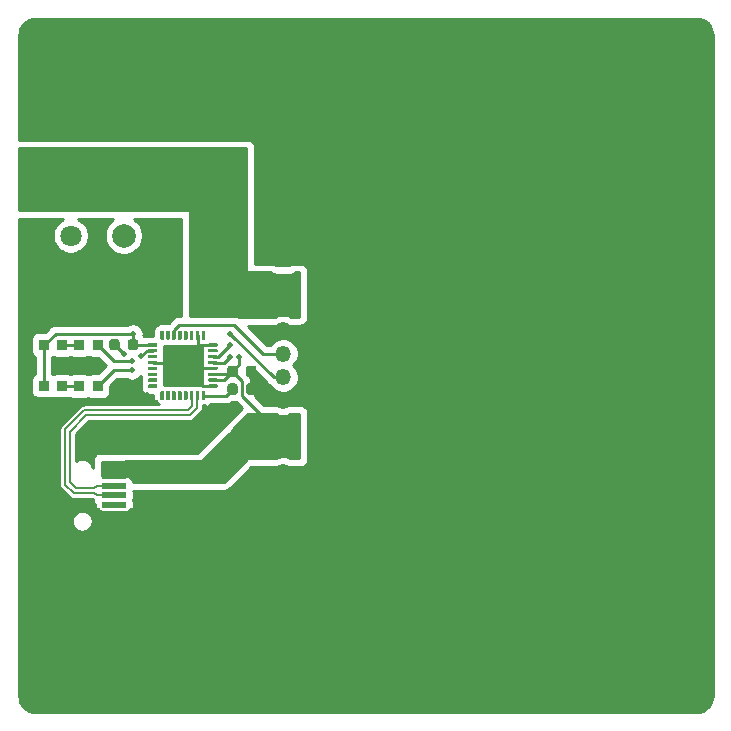
<source format=gbr>
%TF.GenerationSoftware,KiCad,Pcbnew,5.1.9-73d0e3b20d~88~ubuntu20.04.1*%
%TF.CreationDate,2021-01-12T14:06:49+01:00*%
%TF.ProjectId,MRS_Module_Host,4d52535f-4d6f-4647-956c-655f486f7374,1*%
%TF.SameCoordinates,Original*%
%TF.FileFunction,Copper,L1,Top*%
%TF.FilePolarity,Positive*%
%FSLAX46Y46*%
G04 Gerber Fmt 4.6, Leading zero omitted, Abs format (unit mm)*
G04 Created by KiCad (PCBNEW 5.1.9-73d0e3b20d~88~ubuntu20.04.1) date 2021-01-12 14:06:49*
%MOMM*%
%LPD*%
G01*
G04 APERTURE LIST*
%TA.AperFunction,SMDPad,CuDef*%
%ADD10R,2.000000X2.000000*%
%TD*%
%TA.AperFunction,WasherPad*%
%ADD11C,2.000000*%
%TD*%
%TA.AperFunction,WasherPad*%
%ADD12C,1.800000*%
%TD*%
%TA.AperFunction,ComponentPad*%
%ADD13O,1.350000X1.350000*%
%TD*%
%TA.AperFunction,ComponentPad*%
%ADD14R,1.350000X1.350000*%
%TD*%
%TA.AperFunction,ComponentPad*%
%ADD15C,4.000000*%
%TD*%
%TA.AperFunction,SMDPad,CuDef*%
%ADD16R,0.875000X0.950000*%
%TD*%
%TA.AperFunction,SMDPad,CuDef*%
%ADD17R,1.700000X2.000000*%
%TD*%
%TA.AperFunction,SMDPad,CuDef*%
%ADD18R,2.000000X0.500000*%
%TD*%
%TA.AperFunction,ViaPad*%
%ADD19C,0.500000*%
%TD*%
%TA.AperFunction,Conductor*%
%ADD20C,0.250000*%
%TD*%
%TA.AperFunction,Conductor*%
%ADD21C,0.500000*%
%TD*%
%TA.AperFunction,Conductor*%
%ADD22C,0.200000*%
%TD*%
%TA.AperFunction,Conductor*%
%ADD23C,0.100000*%
%TD*%
G04 APERTURE END LIST*
D10*
%TO.P,J2,2*%
%TO.N,GND*%
X108100000Y-89500000D03*
%TO.P,J2,1*%
%TO.N,VBAT*%
X108100000Y-78500000D03*
%TO.P,J2,2*%
%TO.N,GND*%
X102000000Y-89500000D03*
%TO.P,J2,1*%
%TO.N,VBAT*%
X102000000Y-78500000D03*
D11*
%TO.P,J2,*%
%TO.N,*%
X106500000Y-84000000D03*
D12*
X102000000Y-84000000D03*
%TD*%
D13*
%TO.P,MODULE1,2*%
%TO.N,VBAT*%
X120000000Y-88000000D03*
%TO.P,MODULE1,10*%
%TO.N,GND*%
X120000000Y-104000000D03*
%TO.P,MODULE1,8*%
%TO.N,+5V*%
X120000000Y-100000000D03*
%TO.P,MODULE1,5*%
%TO.N,/FTDI_TX*%
X120000000Y-94000000D03*
%TO.P,MODULE1,9*%
%TO.N,+5V*%
X120000000Y-102000000D03*
%TO.P,MODULE1,6*%
%TO.N,/FTDI_RX*%
X120000000Y-96000000D03*
D14*
%TO.P,MODULE1,1*%
%TO.N,GND*%
X120000000Y-86000000D03*
D13*
%TO.P,MODULE1,7*%
X120000000Y-98000000D03*
%TO.P,MODULE1,3*%
%TO.N,VBAT*%
X120000000Y-90000000D03*
%TO.P,MODULE1,4*%
%TO.N,GND*%
X120000000Y-92000000D03*
D15*
%TO.P,MODULE1,0*%
X137000000Y-111500000D03*
X137000000Y-78500000D03*
%TD*%
%TO.P,U1,32*%
%TO.N,Net-(U1-Pad32)*%
%TA.AperFunction,SMDPad,CuDef*%
G36*
G01*
X109825000Y-92850000D02*
X109675000Y-92850000D01*
G75*
G02*
X109600000Y-92775000I0J75000D01*
G01*
X109600000Y-92125000D01*
G75*
G02*
X109675000Y-92050000I75000J0D01*
G01*
X109825000Y-92050000D01*
G75*
G02*
X109900000Y-92125000I0J-75000D01*
G01*
X109900000Y-92775000D01*
G75*
G02*
X109825000Y-92850000I-75000J0D01*
G01*
G37*
%TD.AperFunction*%
%TO.P,U1,31*%
%TO.N,Net-(U1-Pad31)*%
%TA.AperFunction,SMDPad,CuDef*%
G36*
G01*
X110325000Y-92850000D02*
X110175000Y-92850000D01*
G75*
G02*
X110100000Y-92775000I0J75000D01*
G01*
X110100000Y-92125000D01*
G75*
G02*
X110175000Y-92050000I75000J0D01*
G01*
X110325000Y-92050000D01*
G75*
G02*
X110400000Y-92125000I0J-75000D01*
G01*
X110400000Y-92775000D01*
G75*
G02*
X110325000Y-92850000I-75000J0D01*
G01*
G37*
%TD.AperFunction*%
%TO.P,U1,30*%
%TO.N,/FTDI_TX*%
%TA.AperFunction,SMDPad,CuDef*%
G36*
G01*
X110675000Y-92050000D02*
X110825000Y-92050000D01*
G75*
G02*
X110900000Y-92125000I0J-75000D01*
G01*
X110900000Y-92775000D01*
G75*
G02*
X110825000Y-92850000I-75000J0D01*
G01*
X110675000Y-92850000D01*
G75*
G02*
X110600000Y-92775000I0J75000D01*
G01*
X110600000Y-92125000D01*
G75*
G02*
X110675000Y-92050000I75000J0D01*
G01*
G37*
%TD.AperFunction*%
%TO.P,U1,29*%
%TO.N,Net-(U1-Pad29)*%
%TA.AperFunction,SMDPad,CuDef*%
G36*
G01*
X111175000Y-92050000D02*
X111325000Y-92050000D01*
G75*
G02*
X111400000Y-92125000I0J-75000D01*
G01*
X111400000Y-92775000D01*
G75*
G02*
X111325000Y-92850000I-75000J0D01*
G01*
X111175000Y-92850000D01*
G75*
G02*
X111100000Y-92775000I0J75000D01*
G01*
X111100000Y-92125000D01*
G75*
G02*
X111175000Y-92050000I75000J0D01*
G01*
G37*
%TD.AperFunction*%
%TO.P,U1,28*%
%TO.N,Net-(U1-Pad28)*%
%TA.AperFunction,SMDPad,CuDef*%
G36*
G01*
X111825000Y-92850000D02*
X111675000Y-92850000D01*
G75*
G02*
X111600000Y-92775000I0J75000D01*
G01*
X111600000Y-92125000D01*
G75*
G02*
X111675000Y-92050000I75000J0D01*
G01*
X111825000Y-92050000D01*
G75*
G02*
X111900000Y-92125000I0J-75000D01*
G01*
X111900000Y-92775000D01*
G75*
G02*
X111825000Y-92850000I-75000J0D01*
G01*
G37*
%TD.AperFunction*%
%TO.P,U1,27*%
%TO.N,Net-(U1-Pad27)*%
%TA.AperFunction,SMDPad,CuDef*%
G36*
G01*
X112325000Y-92850000D02*
X112175000Y-92850000D01*
G75*
G02*
X112100000Y-92775000I0J75000D01*
G01*
X112100000Y-92125000D01*
G75*
G02*
X112175000Y-92050000I75000J0D01*
G01*
X112325000Y-92050000D01*
G75*
G02*
X112400000Y-92125000I0J-75000D01*
G01*
X112400000Y-92775000D01*
G75*
G02*
X112325000Y-92850000I-75000J0D01*
G01*
G37*
%TD.AperFunction*%
%TO.P,U1,26*%
%TO.N,GND*%
%TA.AperFunction,SMDPad,CuDef*%
G36*
G01*
X112825000Y-92850000D02*
X112675000Y-92850000D01*
G75*
G02*
X112600000Y-92775000I0J75000D01*
G01*
X112600000Y-92125000D01*
G75*
G02*
X112675000Y-92050000I75000J0D01*
G01*
X112825000Y-92050000D01*
G75*
G02*
X112900000Y-92125000I0J-75000D01*
G01*
X112900000Y-92775000D01*
G75*
G02*
X112825000Y-92850000I-75000J0D01*
G01*
G37*
%TD.AperFunction*%
%TO.P,U1,25*%
%TO.N,Net-(U1-Pad25)*%
%TA.AperFunction,SMDPad,CuDef*%
G36*
G01*
X113325000Y-92850000D02*
X113175000Y-92850000D01*
G75*
G02*
X113100000Y-92775000I0J75000D01*
G01*
X113100000Y-92125000D01*
G75*
G02*
X113175000Y-92050000I75000J0D01*
G01*
X113325000Y-92050000D01*
G75*
G02*
X113400000Y-92125000I0J-75000D01*
G01*
X113400000Y-92775000D01*
G75*
G02*
X113325000Y-92850000I-75000J0D01*
G01*
G37*
%TD.AperFunction*%
%TO.P,U1,24*%
%TO.N,GND*%
%TA.AperFunction,SMDPad,CuDef*%
G36*
G01*
X113650000Y-93325000D02*
X113650000Y-93175000D01*
G75*
G02*
X113725000Y-93100000I75000J0D01*
G01*
X114375000Y-93100000D01*
G75*
G02*
X114450000Y-93175000I0J-75000D01*
G01*
X114450000Y-93325000D01*
G75*
G02*
X114375000Y-93400000I-75000J0D01*
G01*
X113725000Y-93400000D01*
G75*
G02*
X113650000Y-93325000I0J75000D01*
G01*
G37*
%TD.AperFunction*%
%TO.P,U1,23*%
%TO.N,Net-(U1-Pad23)*%
%TA.AperFunction,SMDPad,CuDef*%
G36*
G01*
X113650000Y-93825000D02*
X113650000Y-93675000D01*
G75*
G02*
X113725000Y-93600000I75000J0D01*
G01*
X114375000Y-93600000D01*
G75*
G02*
X114450000Y-93675000I0J-75000D01*
G01*
X114450000Y-93825000D01*
G75*
G02*
X114375000Y-93900000I-75000J0D01*
G01*
X113725000Y-93900000D01*
G75*
G02*
X113650000Y-93825000I0J75000D01*
G01*
G37*
%TD.AperFunction*%
%TO.P,U1,22*%
%TO.N,/TXLED*%
%TA.AperFunction,SMDPad,CuDef*%
G36*
G01*
X113650000Y-94325000D02*
X113650000Y-94175000D01*
G75*
G02*
X113725000Y-94100000I75000J0D01*
G01*
X114375000Y-94100000D01*
G75*
G02*
X114450000Y-94175000I0J-75000D01*
G01*
X114450000Y-94325000D01*
G75*
G02*
X114375000Y-94400000I-75000J0D01*
G01*
X113725000Y-94400000D01*
G75*
G02*
X113650000Y-94325000I0J75000D01*
G01*
G37*
%TD.AperFunction*%
%TO.P,U1,21*%
%TO.N,/RXLED*%
%TA.AperFunction,SMDPad,CuDef*%
G36*
G01*
X113650000Y-94825000D02*
X113650000Y-94675000D01*
G75*
G02*
X113725000Y-94600000I75000J0D01*
G01*
X114375000Y-94600000D01*
G75*
G02*
X114450000Y-94675000I0J-75000D01*
G01*
X114450000Y-94825000D01*
G75*
G02*
X114375000Y-94900000I-75000J0D01*
G01*
X113725000Y-94900000D01*
G75*
G02*
X113650000Y-94825000I0J75000D01*
G01*
G37*
%TD.AperFunction*%
%TO.P,U1,20*%
%TO.N,GND*%
%TA.AperFunction,SMDPad,CuDef*%
G36*
G01*
X113650000Y-95325000D02*
X113650000Y-95175000D01*
G75*
G02*
X113725000Y-95100000I75000J0D01*
G01*
X114375000Y-95100000D01*
G75*
G02*
X114450000Y-95175000I0J-75000D01*
G01*
X114450000Y-95325000D01*
G75*
G02*
X114375000Y-95400000I-75000J0D01*
G01*
X113725000Y-95400000D01*
G75*
G02*
X113650000Y-95325000I0J75000D01*
G01*
G37*
%TD.AperFunction*%
%TO.P,U1,19*%
%TO.N,+5V*%
%TA.AperFunction,SMDPad,CuDef*%
G36*
G01*
X113650000Y-95825000D02*
X113650000Y-95675000D01*
G75*
G02*
X113725000Y-95600000I75000J0D01*
G01*
X114375000Y-95600000D01*
G75*
G02*
X114450000Y-95675000I0J-75000D01*
G01*
X114450000Y-95825000D01*
G75*
G02*
X114375000Y-95900000I-75000J0D01*
G01*
X113725000Y-95900000D01*
G75*
G02*
X113650000Y-95825000I0J75000D01*
G01*
G37*
%TD.AperFunction*%
%TO.P,U1,18*%
%TA.AperFunction,SMDPad,CuDef*%
G36*
G01*
X113650000Y-96325000D02*
X113650000Y-96175000D01*
G75*
G02*
X113725000Y-96100000I75000J0D01*
G01*
X114375000Y-96100000D01*
G75*
G02*
X114450000Y-96175000I0J-75000D01*
G01*
X114450000Y-96325000D01*
G75*
G02*
X114375000Y-96400000I-75000J0D01*
G01*
X113725000Y-96400000D01*
G75*
G02*
X113650000Y-96325000I0J75000D01*
G01*
G37*
%TD.AperFunction*%
%TO.P,U1,17*%
%TO.N,GND*%
%TA.AperFunction,SMDPad,CuDef*%
G36*
G01*
X113650000Y-96825000D02*
X113650000Y-96675000D01*
G75*
G02*
X113725000Y-96600000I75000J0D01*
G01*
X114375000Y-96600000D01*
G75*
G02*
X114450000Y-96675000I0J-75000D01*
G01*
X114450000Y-96825000D01*
G75*
G02*
X114375000Y-96900000I-75000J0D01*
G01*
X113725000Y-96900000D01*
G75*
G02*
X113650000Y-96825000I0J75000D01*
G01*
G37*
%TD.AperFunction*%
%TO.P,U1,16*%
%TO.N,+3V3*%
%TA.AperFunction,SMDPad,CuDef*%
G36*
G01*
X113325000Y-97950000D02*
X113175000Y-97950000D01*
G75*
G02*
X113100000Y-97875000I0J75000D01*
G01*
X113100000Y-97225000D01*
G75*
G02*
X113175000Y-97150000I75000J0D01*
G01*
X113325000Y-97150000D01*
G75*
G02*
X113400000Y-97225000I0J-75000D01*
G01*
X113400000Y-97875000D01*
G75*
G02*
X113325000Y-97950000I-75000J0D01*
G01*
G37*
%TD.AperFunction*%
%TO.P,U1,15*%
%TO.N,/USB_D-*%
%TA.AperFunction,SMDPad,CuDef*%
G36*
G01*
X112825000Y-97950000D02*
X112675000Y-97950000D01*
G75*
G02*
X112600000Y-97875000I0J75000D01*
G01*
X112600000Y-97225000D01*
G75*
G02*
X112675000Y-97150000I75000J0D01*
G01*
X112825000Y-97150000D01*
G75*
G02*
X112900000Y-97225000I0J-75000D01*
G01*
X112900000Y-97875000D01*
G75*
G02*
X112825000Y-97950000I-75000J0D01*
G01*
G37*
%TD.AperFunction*%
%TO.P,U1,14*%
%TO.N,/USB_D+*%
%TA.AperFunction,SMDPad,CuDef*%
G36*
G01*
X112325000Y-97950000D02*
X112175000Y-97950000D01*
G75*
G02*
X112100000Y-97875000I0J75000D01*
G01*
X112100000Y-97225000D01*
G75*
G02*
X112175000Y-97150000I75000J0D01*
G01*
X112325000Y-97150000D01*
G75*
G02*
X112400000Y-97225000I0J-75000D01*
G01*
X112400000Y-97875000D01*
G75*
G02*
X112325000Y-97950000I-75000J0D01*
G01*
G37*
%TD.AperFunction*%
%TO.P,U1,13*%
%TO.N,Net-(U1-Pad13)*%
%TA.AperFunction,SMDPad,CuDef*%
G36*
G01*
X111825000Y-97950000D02*
X111675000Y-97950000D01*
G75*
G02*
X111600000Y-97875000I0J75000D01*
G01*
X111600000Y-97225000D01*
G75*
G02*
X111675000Y-97150000I75000J0D01*
G01*
X111825000Y-97150000D01*
G75*
G02*
X111900000Y-97225000I0J-75000D01*
G01*
X111900000Y-97875000D01*
G75*
G02*
X111825000Y-97950000I-75000J0D01*
G01*
G37*
%TD.AperFunction*%
%TO.P,U1,12*%
%TO.N,Net-(U1-Pad12)*%
%TA.AperFunction,SMDPad,CuDef*%
G36*
G01*
X111325000Y-97950000D02*
X111175000Y-97950000D01*
G75*
G02*
X111100000Y-97875000I0J75000D01*
G01*
X111100000Y-97225000D01*
G75*
G02*
X111175000Y-97150000I75000J0D01*
G01*
X111325000Y-97150000D01*
G75*
G02*
X111400000Y-97225000I0J-75000D01*
G01*
X111400000Y-97875000D01*
G75*
G02*
X111325000Y-97950000I-75000J0D01*
G01*
G37*
%TD.AperFunction*%
%TO.P,U1,11*%
%TO.N,Net-(U1-Pad11)*%
%TA.AperFunction,SMDPad,CuDef*%
G36*
G01*
X110825000Y-97950000D02*
X110675000Y-97950000D01*
G75*
G02*
X110600000Y-97875000I0J75000D01*
G01*
X110600000Y-97225000D01*
G75*
G02*
X110675000Y-97150000I75000J0D01*
G01*
X110825000Y-97150000D01*
G75*
G02*
X110900000Y-97225000I0J-75000D01*
G01*
X110900000Y-97875000D01*
G75*
G02*
X110825000Y-97950000I-75000J0D01*
G01*
G37*
%TD.AperFunction*%
%TO.P,U1,10*%
%TO.N,Net-(U1-Pad10)*%
%TA.AperFunction,SMDPad,CuDef*%
G36*
G01*
X110325000Y-97950000D02*
X110175000Y-97950000D01*
G75*
G02*
X110100000Y-97875000I0J75000D01*
G01*
X110100000Y-97225000D01*
G75*
G02*
X110175000Y-97150000I75000J0D01*
G01*
X110325000Y-97150000D01*
G75*
G02*
X110400000Y-97225000I0J-75000D01*
G01*
X110400000Y-97875000D01*
G75*
G02*
X110325000Y-97950000I-75000J0D01*
G01*
G37*
%TD.AperFunction*%
%TO.P,U1,9*%
%TO.N,Net-(U1-Pad9)*%
%TA.AperFunction,SMDPad,CuDef*%
G36*
G01*
X109825000Y-97950000D02*
X109675000Y-97950000D01*
G75*
G02*
X109600000Y-97875000I0J75000D01*
G01*
X109600000Y-97225000D01*
G75*
G02*
X109675000Y-97150000I75000J0D01*
G01*
X109825000Y-97150000D01*
G75*
G02*
X109900000Y-97225000I0J-75000D01*
G01*
X109900000Y-97875000D01*
G75*
G02*
X109825000Y-97950000I-75000J0D01*
G01*
G37*
%TD.AperFunction*%
%TO.P,U1,8*%
%TO.N,Net-(U1-Pad8)*%
%TA.AperFunction,SMDPad,CuDef*%
G36*
G01*
X108550000Y-96825000D02*
X108550000Y-96675000D01*
G75*
G02*
X108625000Y-96600000I75000J0D01*
G01*
X109275000Y-96600000D01*
G75*
G02*
X109350000Y-96675000I0J-75000D01*
G01*
X109350000Y-96825000D01*
G75*
G02*
X109275000Y-96900000I-75000J0D01*
G01*
X108625000Y-96900000D01*
G75*
G02*
X108550000Y-96825000I0J75000D01*
G01*
G37*
%TD.AperFunction*%
%TO.P,U1,7*%
%TO.N,Net-(U1-Pad7)*%
%TA.AperFunction,SMDPad,CuDef*%
G36*
G01*
X108550000Y-96325000D02*
X108550000Y-96175000D01*
G75*
G02*
X108625000Y-96100000I75000J0D01*
G01*
X109275000Y-96100000D01*
G75*
G02*
X109350000Y-96175000I0J-75000D01*
G01*
X109350000Y-96325000D01*
G75*
G02*
X109275000Y-96400000I-75000J0D01*
G01*
X108625000Y-96400000D01*
G75*
G02*
X108550000Y-96325000I0J75000D01*
G01*
G37*
%TD.AperFunction*%
%TO.P,U1,6*%
%TO.N,Net-(U1-Pad6)*%
%TA.AperFunction,SMDPad,CuDef*%
G36*
G01*
X108550000Y-95825000D02*
X108550000Y-95675000D01*
G75*
G02*
X108625000Y-95600000I75000J0D01*
G01*
X109275000Y-95600000D01*
G75*
G02*
X109350000Y-95675000I0J-75000D01*
G01*
X109350000Y-95825000D01*
G75*
G02*
X109275000Y-95900000I-75000J0D01*
G01*
X108625000Y-95900000D01*
G75*
G02*
X108550000Y-95825000I0J75000D01*
G01*
G37*
%TD.AperFunction*%
%TO.P,U1,5*%
%TO.N,Net-(U1-Pad5)*%
%TA.AperFunction,SMDPad,CuDef*%
G36*
G01*
X108550000Y-95325000D02*
X108550000Y-95175000D01*
G75*
G02*
X108625000Y-95100000I75000J0D01*
G01*
X109275000Y-95100000D01*
G75*
G02*
X109350000Y-95175000I0J-75000D01*
G01*
X109350000Y-95325000D01*
G75*
G02*
X109275000Y-95400000I-75000J0D01*
G01*
X108625000Y-95400000D01*
G75*
G02*
X108550000Y-95325000I0J75000D01*
G01*
G37*
%TD.AperFunction*%
%TO.P,U1,4*%
%TO.N,GND*%
%TA.AperFunction,SMDPad,CuDef*%
G36*
G01*
X108550000Y-94825000D02*
X108550000Y-94675000D01*
G75*
G02*
X108625000Y-94600000I75000J0D01*
G01*
X109275000Y-94600000D01*
G75*
G02*
X109350000Y-94675000I0J-75000D01*
G01*
X109350000Y-94825000D01*
G75*
G02*
X109275000Y-94900000I-75000J0D01*
G01*
X108625000Y-94900000D01*
G75*
G02*
X108550000Y-94825000I0J75000D01*
G01*
G37*
%TD.AperFunction*%
%TO.P,U1,3*%
%TO.N,Net-(U1-Pad3)*%
%TA.AperFunction,SMDPad,CuDef*%
G36*
G01*
X108550000Y-94325000D02*
X108550000Y-94175000D01*
G75*
G02*
X108625000Y-94100000I75000J0D01*
G01*
X109275000Y-94100000D01*
G75*
G02*
X109350000Y-94175000I0J-75000D01*
G01*
X109350000Y-94325000D01*
G75*
G02*
X109275000Y-94400000I-75000J0D01*
G01*
X108625000Y-94400000D01*
G75*
G02*
X108550000Y-94325000I0J75000D01*
G01*
G37*
%TD.AperFunction*%
%TO.P,U1,2*%
%TO.N,/FTDI_RX*%
%TA.AperFunction,SMDPad,CuDef*%
G36*
G01*
X108550000Y-93825000D02*
X108550000Y-93675000D01*
G75*
G02*
X108625000Y-93600000I75000J0D01*
G01*
X109275000Y-93600000D01*
G75*
G02*
X109350000Y-93675000I0J-75000D01*
G01*
X109350000Y-93825000D01*
G75*
G02*
X109275000Y-93900000I-75000J0D01*
G01*
X108625000Y-93900000D01*
G75*
G02*
X108550000Y-93825000I0J75000D01*
G01*
G37*
%TD.AperFunction*%
%TO.P,U1,1*%
%TO.N,+5V*%
%TA.AperFunction,SMDPad,CuDef*%
G36*
G01*
X108550000Y-93325000D02*
X108550000Y-93175000D01*
G75*
G02*
X108625000Y-93100000I75000J0D01*
G01*
X109275000Y-93100000D01*
G75*
G02*
X109350000Y-93175000I0J-75000D01*
G01*
X109350000Y-93325000D01*
G75*
G02*
X109275000Y-93400000I-75000J0D01*
G01*
X108625000Y-93400000D01*
G75*
G02*
X108550000Y-93325000I0J75000D01*
G01*
G37*
%TD.AperFunction*%
%TO.P,U1,0*%
%TO.N,GND*%
%TA.AperFunction,SMDPad,CuDef*%
G36*
G01*
X109900000Y-95800000D02*
X109900000Y-94200000D01*
G75*
G02*
X110700000Y-93400000I800000J0D01*
G01*
X112300000Y-93400000D01*
G75*
G02*
X113100000Y-94200000I0J-800000D01*
G01*
X113100000Y-95800000D01*
G75*
G02*
X112300000Y-96600000I-800000J0D01*
G01*
X110700000Y-96600000D01*
G75*
G02*
X109900000Y-95800000I0J800000D01*
G01*
G37*
%TD.AperFunction*%
%TD*%
D16*
%TO.P,R2,1*%
%TO.N,Net-(LD2-Pad1)*%
X102712500Y-96750000D03*
%TO.P,R2,2*%
%TO.N,/RXLED*%
X104287500Y-96750000D03*
%TD*%
%TO.P,R1,1*%
%TO.N,Net-(LD1-Pad1)*%
X102712500Y-93250000D03*
%TO.P,R1,2*%
%TO.N,/TXLED*%
X104287500Y-93250000D03*
%TD*%
%TO.P,LD2,1*%
%TO.N,Net-(LD2-Pad1)*%
X101287500Y-96750000D03*
%TO.P,LD2,2*%
%TO.N,+5V*%
X99712500Y-96750000D03*
%TD*%
%TO.P,LD1,1*%
%TO.N,Net-(LD1-Pad1)*%
X101287500Y-93250000D03*
%TO.P,LD1,2*%
%TO.N,+5V*%
X99712500Y-93250000D03*
%TD*%
D17*
%TO.P,J1,6*%
%TO.N,GND*%
X100150000Y-110450000D03*
X105600000Y-110450000D03*
X100150000Y-101550000D03*
X105600000Y-101550000D03*
D18*
%TO.P,J1,5*%
X105700000Y-107600000D03*
%TO.P,J1,4*%
%TO.N,Net-(J1-Pad4)*%
X105700000Y-106800000D03*
%TO.P,J1,3*%
%TO.N,/USB_D+*%
X105700000Y-106000000D03*
%TO.P,J1,2*%
%TO.N,/USB_D-*%
X105700000Y-105200000D03*
%TO.P,J1,1*%
%TO.N,+5V*%
X105700000Y-104400000D03*
%TD*%
%TO.P,C3,1*%
%TO.N,+3V3*%
%TA.AperFunction,SMDPad,CuDef*%
G36*
G01*
X115275000Y-97256250D02*
X115275000Y-96743750D01*
G75*
G02*
X115493750Y-96525000I218750J0D01*
G01*
X115931250Y-96525000D01*
G75*
G02*
X116150000Y-96743750I0J-218750D01*
G01*
X116150000Y-97256250D01*
G75*
G02*
X115931250Y-97475000I-218750J0D01*
G01*
X115493750Y-97475000D01*
G75*
G02*
X115275000Y-97256250I0J218750D01*
G01*
G37*
%TD.AperFunction*%
%TO.P,C3,2*%
%TO.N,GND*%
%TA.AperFunction,SMDPad,CuDef*%
G36*
G01*
X116850000Y-97256250D02*
X116850000Y-96743750D01*
G75*
G02*
X117068750Y-96525000I218750J0D01*
G01*
X117506250Y-96525000D01*
G75*
G02*
X117725000Y-96743750I0J-218750D01*
G01*
X117725000Y-97256250D01*
G75*
G02*
X117506250Y-97475000I-218750J0D01*
G01*
X117068750Y-97475000D01*
G75*
G02*
X116850000Y-97256250I0J218750D01*
G01*
G37*
%TD.AperFunction*%
%TD*%
%TO.P,C2,1*%
%TO.N,+5V*%
%TA.AperFunction,SMDPad,CuDef*%
G36*
G01*
X115275000Y-95756250D02*
X115275000Y-95243750D01*
G75*
G02*
X115493750Y-95025000I218750J0D01*
G01*
X115931250Y-95025000D01*
G75*
G02*
X116150000Y-95243750I0J-218750D01*
G01*
X116150000Y-95756250D01*
G75*
G02*
X115931250Y-95975000I-218750J0D01*
G01*
X115493750Y-95975000D01*
G75*
G02*
X115275000Y-95756250I0J218750D01*
G01*
G37*
%TD.AperFunction*%
%TO.P,C2,2*%
%TO.N,GND*%
%TA.AperFunction,SMDPad,CuDef*%
G36*
G01*
X116850000Y-95756250D02*
X116850000Y-95243750D01*
G75*
G02*
X117068750Y-95025000I218750J0D01*
G01*
X117506250Y-95025000D01*
G75*
G02*
X117725000Y-95243750I0J-218750D01*
G01*
X117725000Y-95756250D01*
G75*
G02*
X117506250Y-95975000I-218750J0D01*
G01*
X117068750Y-95975000D01*
G75*
G02*
X116850000Y-95756250I0J218750D01*
G01*
G37*
%TD.AperFunction*%
%TD*%
%TO.P,C1,1*%
%TO.N,+5V*%
%TA.AperFunction,SMDPad,CuDef*%
G36*
G01*
X107725000Y-92993750D02*
X107725000Y-93506250D01*
G75*
G02*
X107506250Y-93725000I-218750J0D01*
G01*
X107068750Y-93725000D01*
G75*
G02*
X106850000Y-93506250I0J218750D01*
G01*
X106850000Y-92993750D01*
G75*
G02*
X107068750Y-92775000I218750J0D01*
G01*
X107506250Y-92775000D01*
G75*
G02*
X107725000Y-92993750I0J-218750D01*
G01*
G37*
%TD.AperFunction*%
%TO.P,C1,2*%
%TO.N,GND*%
%TA.AperFunction,SMDPad,CuDef*%
G36*
G01*
X106150000Y-92993750D02*
X106150000Y-93506250D01*
G75*
G02*
X105931250Y-93725000I-218750J0D01*
G01*
X105493750Y-93725000D01*
G75*
G02*
X105275000Y-93506250I0J218750D01*
G01*
X105275000Y-92993750D01*
G75*
G02*
X105493750Y-92775000I218750J0D01*
G01*
X105931250Y-92775000D01*
G75*
G02*
X106150000Y-92993750I0J-218750D01*
G01*
G37*
%TD.AperFunction*%
%TD*%
D19*
%TO.N,+5V*%
X107300000Y-92300000D03*
X116300000Y-94300000D03*
%TO.N,GND*%
X110500000Y-94000000D03*
X112500000Y-96000000D03*
X110500000Y-96000000D03*
X112500000Y-94000000D03*
X111500000Y-95000000D03*
X115000000Y-70000000D03*
X120000000Y-70000000D03*
X125000000Y-70000000D03*
X135000000Y-70000000D03*
X145000000Y-70000000D03*
X155000000Y-70000000D03*
X145000000Y-80000000D03*
X155000000Y-80000000D03*
X125000000Y-85000000D03*
X120000000Y-80000000D03*
X125000000Y-80000000D03*
X125000000Y-75000000D03*
X115000000Y-75000000D03*
X120000000Y-75000000D03*
X110000000Y-85000000D03*
X105000000Y-85000000D03*
X100000000Y-85000000D03*
X104000000Y-95000000D03*
X115000000Y-100000000D03*
X100000000Y-105000000D03*
X115000000Y-120000000D03*
X115000000Y-115000000D03*
X115000000Y-110000000D03*
X110000000Y-110000000D03*
X120000000Y-110000000D03*
X125000000Y-110000000D03*
X125000000Y-115000000D03*
X120000000Y-115000000D03*
X120000000Y-120000000D03*
X125000000Y-120000000D03*
X135000000Y-120000000D03*
X145000000Y-120000000D03*
X155000000Y-120000000D03*
X125000000Y-105000000D03*
X155000000Y-110000000D03*
X145000000Y-110000000D03*
X155000000Y-100000000D03*
X145000000Y-100000000D03*
X135000000Y-100000000D03*
X145000000Y-90000000D03*
X155000000Y-90000000D03*
X135000000Y-90000000D03*
X101000000Y-95000000D03*
X98000000Y-95000000D03*
X107000000Y-97000000D03*
X101000000Y-99000000D03*
X105500000Y-97500000D03*
X106500000Y-97500000D03*
X107500000Y-97500000D03*
X108500000Y-97500000D03*
X102000000Y-98000000D03*
X101500000Y-98500000D03*
X100500000Y-99500000D03*
X103500000Y-100500000D03*
X103000000Y-101000000D03*
X103000000Y-102000000D03*
X107500000Y-100000000D03*
X108500000Y-100000000D03*
X109500000Y-100000000D03*
X110500000Y-100000000D03*
X111500000Y-100000000D03*
X112500000Y-100000000D03*
X113000000Y-99500000D03*
X113500000Y-99000000D03*
X114000000Y-98500000D03*
X107500000Y-102000000D03*
X109500000Y-102000000D03*
X112500000Y-102000000D03*
X109500000Y-106000000D03*
X107500000Y-106000000D03*
X112500000Y-106000000D03*
X115000000Y-106000000D03*
X117500000Y-104000000D03*
X103000000Y-110500000D03*
X123000000Y-100000000D03*
X123000000Y-102000000D03*
X123000000Y-104000000D03*
X123000000Y-98000000D03*
X123000000Y-86000000D03*
X123000000Y-88000000D03*
X123000000Y-90000000D03*
X123000000Y-92000000D03*
X123000000Y-94000000D03*
X123000000Y-96000000D03*
X106500000Y-94000000D03*
X105000000Y-87000000D03*
X110000000Y-87000000D03*
X105000000Y-90000000D03*
X110000000Y-90000000D03*
X100000000Y-90000000D03*
X100000000Y-89000000D03*
X105000000Y-89000000D03*
X110000000Y-89000000D03*
X100000000Y-87000000D03*
X100000000Y-88000000D03*
X105000000Y-88000000D03*
X110000000Y-88000000D03*
X110000000Y-86000000D03*
X105000000Y-86000000D03*
X100000000Y-86000000D03*
%TO.N,/FTDI_RX*%
X108000000Y-94200000D03*
X115500000Y-92300000D03*
%TO.N,/TXLED*%
X115500000Y-93250000D03*
X107199996Y-94600000D03*
%TO.N,/RXLED*%
X115500000Y-94250000D03*
X107200000Y-95400000D03*
%TD*%
D20*
%TO.N,+5V*%
X115462500Y-95750000D02*
X115712500Y-95500000D01*
X114050000Y-95750000D02*
X115462500Y-95750000D01*
X108950000Y-93250000D02*
X107287500Y-93250000D01*
X114962500Y-96250000D02*
X115712500Y-95500000D01*
X114050000Y-96250000D02*
X114962500Y-96250000D01*
X115712500Y-95500000D02*
X115712500Y-95512500D01*
X116524990Y-96324990D02*
X116524990Y-97575010D01*
X115712500Y-95512500D02*
X116524990Y-96324990D01*
X116524990Y-97575010D02*
X118949980Y-100000000D01*
X107287500Y-92312500D02*
X107300000Y-92300000D01*
X107287500Y-93250000D02*
X107287500Y-92312500D01*
X116300000Y-94912500D02*
X115712500Y-95500000D01*
X116300000Y-94300000D02*
X116300000Y-94912500D01*
X99712500Y-93250000D02*
X99712500Y-96750000D01*
X99789998Y-93250000D02*
X99712500Y-93250000D01*
X100739998Y-92300000D02*
X99789998Y-93250000D01*
X107300000Y-92300000D02*
X100739998Y-92300000D01*
X114600000Y-104400000D02*
X119000000Y-100000000D01*
X105700000Y-104400000D02*
X114600000Y-104400000D01*
X119000000Y-100000000D02*
X120000000Y-100000000D01*
X118949980Y-100000000D02*
X119000000Y-100000000D01*
%TO.N,GND*%
X112750000Y-93750000D02*
X112500000Y-94000000D01*
X112750000Y-92450000D02*
X112750000Y-93750000D01*
X111250000Y-94750000D02*
X111500000Y-95000000D01*
X108950000Y-94750000D02*
X111250000Y-94750000D01*
X111750000Y-95250000D02*
X111500000Y-95000000D01*
X114050000Y-95250000D02*
X111750000Y-95250000D01*
X112850000Y-93250000D02*
X112750000Y-93350000D01*
X114050000Y-93250000D02*
X112850000Y-93250000D01*
X113250000Y-96750000D02*
X111500000Y-95000000D01*
X114050000Y-96750000D02*
X113250000Y-96750000D01*
D21*
X105700000Y-107600000D02*
X108100000Y-107600000D01*
X105700000Y-107600000D02*
X104100000Y-107600000D01*
D20*
X105700000Y-110350000D02*
X105600000Y-110450000D01*
D21*
X105700000Y-107600000D02*
X105700000Y-110350000D01*
D20*
X105750000Y-93250000D02*
X106500000Y-94000000D01*
X105712500Y-93250000D02*
X105750000Y-93250000D01*
%TO.N,+3V3*%
X115162500Y-97550000D02*
X115712500Y-97000000D01*
X113250000Y-97550000D02*
X115162500Y-97550000D01*
D22*
%TO.N,/USB_D+*%
X103156800Y-98775000D02*
X101525000Y-100406800D01*
X104199999Y-106000000D02*
X105700000Y-106000000D01*
X101525000Y-105093200D02*
X102256800Y-105825000D01*
X104024999Y-105825000D02*
X104199999Y-106000000D01*
X102256800Y-105825000D02*
X104024999Y-105825000D01*
X101525000Y-100406800D02*
X101525000Y-105093200D01*
X111906800Y-98775000D02*
X103156800Y-98775000D01*
X112275000Y-98406800D02*
X111906800Y-98775000D01*
X112275000Y-97575000D02*
X112275000Y-98406800D01*
X112250000Y-97550000D02*
X112275000Y-97575000D01*
%TO.N,/USB_D-*%
X103343200Y-99225000D02*
X101975000Y-100593200D01*
X104199999Y-105200000D02*
X105700000Y-105200000D01*
X102443200Y-105375000D02*
X104024999Y-105375000D01*
X104024999Y-105375000D02*
X104199999Y-105200000D01*
X101975000Y-104906800D02*
X102443200Y-105375000D01*
X101975000Y-100593200D02*
X101975000Y-104906800D01*
X112093200Y-99225000D02*
X103343200Y-99225000D01*
X112725000Y-98593200D02*
X112093200Y-99225000D01*
X112725000Y-97575000D02*
X112725000Y-98593200D01*
X112750000Y-97550000D02*
X112725000Y-97575000D01*
D20*
%TO.N,Net-(LD1-Pad1)*%
X101287500Y-93250000D02*
X102675000Y-93250000D01*
%TO.N,Net-(LD2-Pad1)*%
X101287500Y-96750000D02*
X102712500Y-96750000D01*
%TO.N,/FTDI_TX*%
X118300000Y-94000000D02*
X120000000Y-94000000D01*
X115850000Y-91550000D02*
X118300000Y-94000000D01*
X111184298Y-91550000D02*
X115850000Y-91550000D01*
X110750000Y-91984298D02*
X111184298Y-91550000D01*
X110750000Y-92450000D02*
X110750000Y-91984298D01*
%TO.N,/FTDI_RX*%
X108450000Y-93750000D02*
X108000000Y-94200000D01*
X108950000Y-93750000D02*
X108450000Y-93750000D01*
X119200000Y-96000000D02*
X120000000Y-96000000D01*
X115500000Y-92300000D02*
X119200000Y-96000000D01*
%TO.N,/TXLED*%
X115500000Y-93265702D02*
X115500000Y-93250000D01*
X114515702Y-94250000D02*
X115500000Y-93265702D01*
X114050000Y-94250000D02*
X114515702Y-94250000D01*
X104287500Y-93250000D02*
X105637500Y-94600000D01*
X105637500Y-94600000D02*
X107199996Y-94600000D01*
%TO.N,/RXLED*%
X115000000Y-94750000D02*
X115500000Y-94250000D01*
X114050000Y-94750000D02*
X115000000Y-94750000D01*
X105637500Y-95400000D02*
X107200000Y-95400000D01*
X104287500Y-96750000D02*
X105637500Y-95400000D01*
%TD*%
%TO.N,VBAT*%
X116875000Y-87000000D02*
X116877402Y-87024386D01*
X116884515Y-87047835D01*
X116896066Y-87069446D01*
X116911612Y-87088388D01*
X116930554Y-87103934D01*
X116952165Y-87115485D01*
X116975614Y-87122598D01*
X117000000Y-87125000D01*
X118888134Y-87125000D01*
X118976089Y-87197183D01*
X119084666Y-87255219D01*
X119202479Y-87290957D01*
X119325000Y-87303024D01*
X120675000Y-87303024D01*
X120797521Y-87290957D01*
X120915334Y-87255219D01*
X121023911Y-87197183D01*
X121111866Y-87125000D01*
X121375000Y-87125000D01*
X121375000Y-90875000D01*
X120656257Y-90875000D01*
X120615781Y-90847955D01*
X120379196Y-90749958D01*
X120128039Y-90700000D01*
X119871961Y-90700000D01*
X119620804Y-90749958D01*
X119384219Y-90847955D01*
X119343743Y-90875000D01*
X116178178Y-90875000D01*
X116138401Y-90853739D01*
X115997026Y-90810853D01*
X115886835Y-90800000D01*
X115886827Y-90800000D01*
X115850000Y-90796373D01*
X115813173Y-90800000D01*
X112125000Y-90800000D01*
X112125000Y-82000000D01*
X112122598Y-81975614D01*
X112115485Y-81952165D01*
X112103934Y-81930554D01*
X112088388Y-81911612D01*
X112069446Y-81896066D01*
X112047835Y-81884515D01*
X112024386Y-81877402D01*
X112000000Y-81875000D01*
X97650000Y-81875000D01*
X97650000Y-76625000D01*
X116875000Y-76625000D01*
X116875000Y-87000000D01*
%TA.AperFunction,Conductor*%
D23*
G36*
X116875000Y-87000000D02*
G01*
X116877402Y-87024386D01*
X116884515Y-87047835D01*
X116896066Y-87069446D01*
X116911612Y-87088388D01*
X116930554Y-87103934D01*
X116952165Y-87115485D01*
X116975614Y-87122598D01*
X117000000Y-87125000D01*
X118888134Y-87125000D01*
X118976089Y-87197183D01*
X119084666Y-87255219D01*
X119202479Y-87290957D01*
X119325000Y-87303024D01*
X120675000Y-87303024D01*
X120797521Y-87290957D01*
X120915334Y-87255219D01*
X121023911Y-87197183D01*
X121111866Y-87125000D01*
X121375000Y-87125000D01*
X121375000Y-90875000D01*
X120656257Y-90875000D01*
X120615781Y-90847955D01*
X120379196Y-90749958D01*
X120128039Y-90700000D01*
X119871961Y-90700000D01*
X119620804Y-90749958D01*
X119384219Y-90847955D01*
X119343743Y-90875000D01*
X116178178Y-90875000D01*
X116138401Y-90853739D01*
X115997026Y-90810853D01*
X115886835Y-90800000D01*
X115886827Y-90800000D01*
X115850000Y-90796373D01*
X115813173Y-90800000D01*
X112125000Y-90800000D01*
X112125000Y-82000000D01*
X112122598Y-81975614D01*
X112115485Y-81952165D01*
X112103934Y-81930554D01*
X112088388Y-81911612D01*
X112069446Y-81896066D01*
X112047835Y-81884515D01*
X112024386Y-81877402D01*
X112000000Y-81875000D01*
X97650000Y-81875000D01*
X97650000Y-76625000D01*
X116875000Y-76625000D01*
X116875000Y-87000000D01*
G37*
%TD.AperFunction*%
%TD*%
D20*
%TO.N,+5V*%
X119384219Y-99152045D02*
X119620804Y-99250042D01*
X119871961Y-99300000D01*
X120128039Y-99300000D01*
X120379196Y-99250042D01*
X120615781Y-99152045D01*
X120656257Y-99125000D01*
X121375000Y-99125000D01*
X121375000Y-102875000D01*
X120656257Y-102875000D01*
X120615781Y-102847955D01*
X120379196Y-102749958D01*
X120128039Y-102700000D01*
X119871961Y-102700000D01*
X119620804Y-102749958D01*
X119384219Y-102847955D01*
X119343743Y-102875000D01*
X117000000Y-102875000D01*
X116975614Y-102877402D01*
X116952165Y-102884515D01*
X116930554Y-102896066D01*
X116911612Y-102911612D01*
X114948224Y-104875000D01*
X107320637Y-104875000D01*
X107315957Y-104827479D01*
X107280219Y-104709666D01*
X107222183Y-104601089D01*
X107144080Y-104505920D01*
X107048911Y-104427817D01*
X106940334Y-104369781D01*
X106822521Y-104334043D01*
X106700000Y-104321976D01*
X104700000Y-104321976D01*
X104625000Y-104329363D01*
X104625000Y-103165205D01*
X104627479Y-103165957D01*
X104750000Y-103178024D01*
X106450000Y-103178024D01*
X106572521Y-103165957D01*
X106690334Y-103130219D01*
X106700098Y-103125000D01*
X113000000Y-103125000D01*
X113024386Y-103122598D01*
X113047835Y-103115485D01*
X113069446Y-103103934D01*
X113088388Y-103088388D01*
X115392093Y-100784683D01*
X115414468Y-100775415D01*
X115557780Y-100679657D01*
X115679657Y-100557780D01*
X115775415Y-100414468D01*
X115784683Y-100392093D01*
X117051776Y-99125000D01*
X119343743Y-99125000D01*
X119384219Y-99152045D01*
%TA.AperFunction,Conductor*%
D23*
G36*
X119384219Y-99152045D02*
G01*
X119620804Y-99250042D01*
X119871961Y-99300000D01*
X120128039Y-99300000D01*
X120379196Y-99250042D01*
X120615781Y-99152045D01*
X120656257Y-99125000D01*
X121375000Y-99125000D01*
X121375000Y-102875000D01*
X120656257Y-102875000D01*
X120615781Y-102847955D01*
X120379196Y-102749958D01*
X120128039Y-102700000D01*
X119871961Y-102700000D01*
X119620804Y-102749958D01*
X119384219Y-102847955D01*
X119343743Y-102875000D01*
X117000000Y-102875000D01*
X116975614Y-102877402D01*
X116952165Y-102884515D01*
X116930554Y-102896066D01*
X116911612Y-102911612D01*
X114948224Y-104875000D01*
X107320637Y-104875000D01*
X107315957Y-104827479D01*
X107280219Y-104709666D01*
X107222183Y-104601089D01*
X107144080Y-104505920D01*
X107048911Y-104427817D01*
X106940334Y-104369781D01*
X106822521Y-104334043D01*
X106700000Y-104321976D01*
X104700000Y-104321976D01*
X104625000Y-104329363D01*
X104625000Y-103165205D01*
X104627479Y-103165957D01*
X104750000Y-103178024D01*
X106450000Y-103178024D01*
X106572521Y-103165957D01*
X106690334Y-103130219D01*
X106700098Y-103125000D01*
X113000000Y-103125000D01*
X113024386Y-103122598D01*
X113047835Y-103115485D01*
X113069446Y-103103934D01*
X113088388Y-103088388D01*
X115392093Y-100784683D01*
X115414468Y-100775415D01*
X115557780Y-100679657D01*
X115679657Y-100557780D01*
X115775415Y-100414468D01*
X115784683Y-100392093D01*
X117051776Y-99125000D01*
X119343743Y-99125000D01*
X119384219Y-99152045D01*
G37*
%TD.AperFunction*%
%TD*%
D20*
%TO.N,GND*%
X155261611Y-65678769D02*
X155513258Y-65754745D01*
X155745353Y-65878152D01*
X155949060Y-66044292D01*
X156116616Y-66246832D01*
X156241641Y-66478062D01*
X156319373Y-66729172D01*
X156350000Y-67020567D01*
X156350001Y-122968197D01*
X156321231Y-123261612D01*
X156245255Y-123513256D01*
X156121846Y-123745354D01*
X155955709Y-123949058D01*
X155753168Y-124116616D01*
X155521938Y-124241641D01*
X155270828Y-124319373D01*
X154979433Y-124350000D01*
X99031793Y-124350000D01*
X98738388Y-124321231D01*
X98486744Y-124245255D01*
X98254646Y-124121846D01*
X98050942Y-123955709D01*
X97883384Y-123753168D01*
X97758359Y-123521938D01*
X97680627Y-123270828D01*
X97650000Y-122979433D01*
X97650000Y-113340812D01*
X135335965Y-113340812D01*
X135552468Y-113705021D01*
X136010460Y-113945052D01*
X136506480Y-114091120D01*
X137021465Y-114137613D01*
X137535625Y-114082744D01*
X138029202Y-113928623D01*
X138447532Y-113705021D01*
X138664035Y-113340812D01*
X137000000Y-111676777D01*
X135335965Y-113340812D01*
X97650000Y-113340812D01*
X97650000Y-111450000D01*
X98671976Y-111450000D01*
X98684043Y-111572521D01*
X98719781Y-111690334D01*
X98777817Y-111798911D01*
X98855920Y-111894080D01*
X98951089Y-111972183D01*
X99059666Y-112030219D01*
X99177479Y-112065957D01*
X99300000Y-112078024D01*
X99868750Y-112075000D01*
X100025000Y-111918750D01*
X100025000Y-110575000D01*
X100275000Y-110575000D01*
X100275000Y-111918750D01*
X100431250Y-112075000D01*
X101000000Y-112078024D01*
X101122521Y-112065957D01*
X101240334Y-112030219D01*
X101348911Y-111972183D01*
X101444080Y-111894080D01*
X101522183Y-111798911D01*
X101580219Y-111690334D01*
X101615957Y-111572521D01*
X101628024Y-111450000D01*
X104121976Y-111450000D01*
X104134043Y-111572521D01*
X104169781Y-111690334D01*
X104227817Y-111798911D01*
X104305920Y-111894080D01*
X104401089Y-111972183D01*
X104509666Y-112030219D01*
X104627479Y-112065957D01*
X104750000Y-112078024D01*
X105318750Y-112075000D01*
X105475000Y-111918750D01*
X105475000Y-110575000D01*
X105725000Y-110575000D01*
X105725000Y-111918750D01*
X105881250Y-112075000D01*
X106450000Y-112078024D01*
X106572521Y-112065957D01*
X106690334Y-112030219D01*
X106798911Y-111972183D01*
X106894080Y-111894080D01*
X106972183Y-111798911D01*
X107030219Y-111690334D01*
X107065957Y-111572521D01*
X107070985Y-111521465D01*
X134362387Y-111521465D01*
X134417256Y-112035625D01*
X134571377Y-112529202D01*
X134794979Y-112947532D01*
X135159188Y-113164035D01*
X136823223Y-111500000D01*
X137176777Y-111500000D01*
X138840812Y-113164035D01*
X139205021Y-112947532D01*
X139445052Y-112489540D01*
X139591120Y-111993520D01*
X139637613Y-111478535D01*
X139582744Y-110964375D01*
X139428623Y-110470798D01*
X139205021Y-110052468D01*
X138840812Y-109835965D01*
X137176777Y-111500000D01*
X136823223Y-111500000D01*
X135159188Y-109835965D01*
X134794979Y-110052468D01*
X134554948Y-110510460D01*
X134408880Y-111006480D01*
X134362387Y-111521465D01*
X107070985Y-111521465D01*
X107078024Y-111450000D01*
X107075000Y-110731250D01*
X106918750Y-110575000D01*
X105725000Y-110575000D01*
X105475000Y-110575000D01*
X104281250Y-110575000D01*
X104125000Y-110731250D01*
X104121976Y-111450000D01*
X101628024Y-111450000D01*
X101625000Y-110731250D01*
X101468750Y-110575000D01*
X100275000Y-110575000D01*
X100025000Y-110575000D01*
X98831250Y-110575000D01*
X98675000Y-110731250D01*
X98671976Y-111450000D01*
X97650000Y-111450000D01*
X97650000Y-109450000D01*
X98671976Y-109450000D01*
X98675000Y-110168750D01*
X98831250Y-110325000D01*
X100025000Y-110325000D01*
X100025000Y-108981250D01*
X100275000Y-108981250D01*
X100275000Y-110325000D01*
X101468750Y-110325000D01*
X101625000Y-110168750D01*
X101628024Y-109450000D01*
X104121976Y-109450000D01*
X104125000Y-110168750D01*
X104281250Y-110325000D01*
X105475000Y-110325000D01*
X105475000Y-108981250D01*
X105725000Y-108981250D01*
X105725000Y-110325000D01*
X106918750Y-110325000D01*
X107075000Y-110168750D01*
X107077143Y-109659188D01*
X135335965Y-109659188D01*
X137000000Y-111323223D01*
X138664035Y-109659188D01*
X138447532Y-109294979D01*
X137989540Y-109054948D01*
X137493520Y-108908880D01*
X136978535Y-108862387D01*
X136464375Y-108917256D01*
X135970798Y-109071377D01*
X135552468Y-109294979D01*
X135335965Y-109659188D01*
X107077143Y-109659188D01*
X107078024Y-109450000D01*
X107065957Y-109327479D01*
X107030219Y-109209666D01*
X106972183Y-109101089D01*
X106894080Y-109005920D01*
X106798911Y-108927817D01*
X106690334Y-108869781D01*
X106572521Y-108834043D01*
X106450000Y-108821976D01*
X105881250Y-108825000D01*
X105725000Y-108981250D01*
X105475000Y-108981250D01*
X105318750Y-108825000D01*
X104750000Y-108821976D01*
X104627479Y-108834043D01*
X104509666Y-108869781D01*
X104401089Y-108927817D01*
X104305920Y-109005920D01*
X104227817Y-109101089D01*
X104169781Y-109209666D01*
X104134043Y-109327479D01*
X104121976Y-109450000D01*
X101628024Y-109450000D01*
X101615957Y-109327479D01*
X101580219Y-109209666D01*
X101522183Y-109101089D01*
X101444080Y-109005920D01*
X101348911Y-108927817D01*
X101240334Y-108869781D01*
X101122521Y-108834043D01*
X101000000Y-108821976D01*
X100431250Y-108825000D01*
X100275000Y-108981250D01*
X100025000Y-108981250D01*
X99868750Y-108825000D01*
X99300000Y-108821976D01*
X99177479Y-108834043D01*
X99059666Y-108869781D01*
X98951089Y-108927817D01*
X98855920Y-109005920D01*
X98777817Y-109101089D01*
X98719781Y-109209666D01*
X98684043Y-109327479D01*
X98671976Y-109450000D01*
X97650000Y-109450000D01*
X97650000Y-108089197D01*
X101875000Y-108089197D01*
X101875000Y-108310803D01*
X101918233Y-108528150D01*
X102003038Y-108732887D01*
X102126156Y-108917145D01*
X102282855Y-109073844D01*
X102467113Y-109196962D01*
X102671850Y-109281767D01*
X102889197Y-109325000D01*
X103110803Y-109325000D01*
X103328150Y-109281767D01*
X103532887Y-109196962D01*
X103717145Y-109073844D01*
X103873844Y-108917145D01*
X103996962Y-108732887D01*
X104081767Y-108528150D01*
X104125000Y-108310803D01*
X104125000Y-108101436D01*
X104182008Y-108205103D01*
X104261238Y-108299335D01*
X104357329Y-108376299D01*
X104466590Y-108433038D01*
X104584820Y-108467372D01*
X104707476Y-108477980D01*
X105418750Y-108475000D01*
X105575000Y-108318750D01*
X105575000Y-107725000D01*
X105825000Y-107725000D01*
X105825000Y-108318750D01*
X105981250Y-108475000D01*
X106692524Y-108477980D01*
X106815180Y-108467372D01*
X106933410Y-108433038D01*
X107042671Y-108376299D01*
X107138762Y-108299335D01*
X107217992Y-108205103D01*
X107277316Y-108097224D01*
X107314455Y-107979845D01*
X107325000Y-107881250D01*
X107168750Y-107725000D01*
X105825000Y-107725000D01*
X105575000Y-107725000D01*
X104231250Y-107725000D01*
X104082204Y-107874046D01*
X104081767Y-107871850D01*
X103996962Y-107667113D01*
X103873844Y-107482855D01*
X103717145Y-107326156D01*
X103532887Y-107203038D01*
X103328150Y-107118233D01*
X103110803Y-107075000D01*
X102889197Y-107075000D01*
X102671850Y-107118233D01*
X102467113Y-107203038D01*
X102282855Y-107326156D01*
X102126156Y-107482855D01*
X102003038Y-107667113D01*
X101918233Y-107871850D01*
X101875000Y-108089197D01*
X97650000Y-108089197D01*
X97650000Y-102550000D01*
X98671976Y-102550000D01*
X98684043Y-102672521D01*
X98719781Y-102790334D01*
X98777817Y-102898911D01*
X98855920Y-102994080D01*
X98951089Y-103072183D01*
X99059666Y-103130219D01*
X99177479Y-103165957D01*
X99300000Y-103178024D01*
X99868750Y-103175000D01*
X100025000Y-103018750D01*
X100025000Y-101675000D01*
X98831250Y-101675000D01*
X98675000Y-101831250D01*
X98671976Y-102550000D01*
X97650000Y-102550000D01*
X97650000Y-100550000D01*
X98671976Y-100550000D01*
X98675000Y-101268750D01*
X98831250Y-101425000D01*
X100025000Y-101425000D01*
X100025000Y-100081250D01*
X99868750Y-99925000D01*
X99300000Y-99921976D01*
X99177479Y-99934043D01*
X99059666Y-99969781D01*
X98951089Y-100027817D01*
X98855920Y-100105920D01*
X98777817Y-100201089D01*
X98719781Y-100309666D01*
X98684043Y-100427479D01*
X98671976Y-100550000D01*
X97650000Y-100550000D01*
X97650000Y-90500000D01*
X100371976Y-90500000D01*
X100384043Y-90622521D01*
X100419781Y-90740334D01*
X100477817Y-90848911D01*
X100555920Y-90944080D01*
X100651089Y-91022183D01*
X100759666Y-91080219D01*
X100877479Y-91115957D01*
X101000000Y-91128024D01*
X101718750Y-91125000D01*
X101875000Y-90968750D01*
X101875000Y-89625000D01*
X102125000Y-89625000D01*
X102125000Y-90968750D01*
X102281250Y-91125000D01*
X103000000Y-91128024D01*
X103122521Y-91115957D01*
X103240334Y-91080219D01*
X103348911Y-91022183D01*
X103444080Y-90944080D01*
X103522183Y-90848911D01*
X103580219Y-90740334D01*
X103615957Y-90622521D01*
X103628024Y-90500000D01*
X106471976Y-90500000D01*
X106484043Y-90622521D01*
X106519781Y-90740334D01*
X106577817Y-90848911D01*
X106655920Y-90944080D01*
X106751089Y-91022183D01*
X106859666Y-91080219D01*
X106977479Y-91115957D01*
X107100000Y-91128024D01*
X107818750Y-91125000D01*
X107975000Y-90968750D01*
X107975000Y-89625000D01*
X108225000Y-89625000D01*
X108225000Y-90968750D01*
X108381250Y-91125000D01*
X109100000Y-91128024D01*
X109222521Y-91115957D01*
X109340334Y-91080219D01*
X109448911Y-91022183D01*
X109544080Y-90944080D01*
X109622183Y-90848911D01*
X109680219Y-90740334D01*
X109715957Y-90622521D01*
X109728024Y-90500000D01*
X109725000Y-89781250D01*
X109568750Y-89625000D01*
X108225000Y-89625000D01*
X107975000Y-89625000D01*
X106631250Y-89625000D01*
X106475000Y-89781250D01*
X106471976Y-90500000D01*
X103628024Y-90500000D01*
X103625000Y-89781250D01*
X103468750Y-89625000D01*
X102125000Y-89625000D01*
X101875000Y-89625000D01*
X100531250Y-89625000D01*
X100375000Y-89781250D01*
X100371976Y-90500000D01*
X97650000Y-90500000D01*
X97650000Y-88500000D01*
X100371976Y-88500000D01*
X100375000Y-89218750D01*
X100531250Y-89375000D01*
X101875000Y-89375000D01*
X101875000Y-88031250D01*
X102125000Y-88031250D01*
X102125000Y-89375000D01*
X103468750Y-89375000D01*
X103625000Y-89218750D01*
X103628024Y-88500000D01*
X106471976Y-88500000D01*
X106475000Y-89218750D01*
X106631250Y-89375000D01*
X107975000Y-89375000D01*
X107975000Y-88031250D01*
X108225000Y-88031250D01*
X108225000Y-89375000D01*
X109568750Y-89375000D01*
X109725000Y-89218750D01*
X109728024Y-88500000D01*
X109715957Y-88377479D01*
X109680219Y-88259666D01*
X109622183Y-88151089D01*
X109544080Y-88055920D01*
X109448911Y-87977817D01*
X109340334Y-87919781D01*
X109222521Y-87884043D01*
X109100000Y-87871976D01*
X108381250Y-87875000D01*
X108225000Y-88031250D01*
X107975000Y-88031250D01*
X107818750Y-87875000D01*
X107100000Y-87871976D01*
X106977479Y-87884043D01*
X106859666Y-87919781D01*
X106751089Y-87977817D01*
X106655920Y-88055920D01*
X106577817Y-88151089D01*
X106519781Y-88259666D01*
X106484043Y-88377479D01*
X106471976Y-88500000D01*
X103628024Y-88500000D01*
X103615957Y-88377479D01*
X103580219Y-88259666D01*
X103522183Y-88151089D01*
X103444080Y-88055920D01*
X103348911Y-87977817D01*
X103240334Y-87919781D01*
X103122521Y-87884043D01*
X103000000Y-87871976D01*
X102281250Y-87875000D01*
X102125000Y-88031250D01*
X101875000Y-88031250D01*
X101718750Y-87875000D01*
X101000000Y-87871976D01*
X100877479Y-87884043D01*
X100759666Y-87919781D01*
X100651089Y-87977817D01*
X100555920Y-88055920D01*
X100477817Y-88151089D01*
X100419781Y-88259666D01*
X100384043Y-88377479D01*
X100371976Y-88500000D01*
X97650000Y-88500000D01*
X97650000Y-82625000D01*
X101334526Y-82625000D01*
X101277642Y-82648562D01*
X101027869Y-82815455D01*
X100815455Y-83027869D01*
X100648562Y-83277642D01*
X100533605Y-83555174D01*
X100475000Y-83849801D01*
X100475000Y-84150199D01*
X100533605Y-84444826D01*
X100648562Y-84722358D01*
X100815455Y-84972131D01*
X101027869Y-85184545D01*
X101277642Y-85351438D01*
X101555174Y-85466395D01*
X101849801Y-85525000D01*
X102150199Y-85525000D01*
X102444826Y-85466395D01*
X102722358Y-85351438D01*
X102972131Y-85184545D01*
X103184545Y-84972131D01*
X103351438Y-84722358D01*
X103466395Y-84444826D01*
X103525000Y-84150199D01*
X103525000Y-83849801D01*
X103466395Y-83555174D01*
X103351438Y-83277642D01*
X103184545Y-83027869D01*
X102972131Y-82815455D01*
X102722358Y-82648562D01*
X102665474Y-82625000D01*
X105632910Y-82625000D01*
X105464123Y-82737780D01*
X105237780Y-82964123D01*
X105059943Y-83230274D01*
X104937448Y-83526005D01*
X104875000Y-83839951D01*
X104875000Y-84160049D01*
X104937448Y-84473995D01*
X105059943Y-84769726D01*
X105237780Y-85035877D01*
X105464123Y-85262220D01*
X105730274Y-85440057D01*
X106026005Y-85562552D01*
X106339951Y-85625000D01*
X106660049Y-85625000D01*
X106973995Y-85562552D01*
X107269726Y-85440057D01*
X107535877Y-85262220D01*
X107762220Y-85035877D01*
X107940057Y-84769726D01*
X108062552Y-84473995D01*
X108125000Y-84160049D01*
X108125000Y-83839951D01*
X108062552Y-83526005D01*
X107940057Y-83230274D01*
X107762220Y-82964123D01*
X107535877Y-82737780D01*
X107367090Y-82625000D01*
X111375000Y-82625000D01*
X111375000Y-90800000D01*
X111221125Y-90800000D01*
X111184297Y-90796373D01*
X111147470Y-90800000D01*
X111147463Y-90800000D01*
X111037272Y-90810853D01*
X110895897Y-90853739D01*
X110765605Y-90923381D01*
X110651403Y-91017105D01*
X110627919Y-91045720D01*
X110251663Y-91421976D01*
X110175000Y-91421976D01*
X110037847Y-91435484D01*
X110000000Y-91446965D01*
X109962153Y-91435484D01*
X109825000Y-91421976D01*
X109675000Y-91421976D01*
X109537847Y-91435484D01*
X109405964Y-91475491D01*
X109284421Y-91540457D01*
X109177887Y-91627887D01*
X109090457Y-91734421D01*
X109025491Y-91855964D01*
X108985484Y-91987847D01*
X108971976Y-92125000D01*
X108971976Y-92471976D01*
X108625000Y-92471976D01*
X108487847Y-92485484D01*
X108439995Y-92500000D01*
X108191189Y-92500000D01*
X108159935Y-92461917D01*
X108175000Y-92386180D01*
X108175000Y-92213820D01*
X108141374Y-92044772D01*
X108075415Y-91885532D01*
X107979657Y-91742220D01*
X107857780Y-91620343D01*
X107714468Y-91524585D01*
X107555228Y-91458626D01*
X107386180Y-91425000D01*
X107213820Y-91425000D01*
X107044772Y-91458626D01*
X106885532Y-91524585D01*
X106847496Y-91550000D01*
X100776825Y-91550000D01*
X100739998Y-91546373D01*
X100703170Y-91550000D01*
X100703163Y-91550000D01*
X100592972Y-91560853D01*
X100451597Y-91603739D01*
X100321305Y-91673381D01*
X100207103Y-91767105D01*
X100183624Y-91795714D01*
X99832362Y-92146976D01*
X99275000Y-92146976D01*
X99152479Y-92159043D01*
X99034666Y-92194781D01*
X98926089Y-92252817D01*
X98830920Y-92330920D01*
X98752817Y-92426089D01*
X98694781Y-92534666D01*
X98659043Y-92652479D01*
X98646976Y-92775000D01*
X98646976Y-93725000D01*
X98659043Y-93847521D01*
X98694781Y-93965334D01*
X98752817Y-94073911D01*
X98830920Y-94169080D01*
X98926089Y-94247183D01*
X98962500Y-94266645D01*
X98962501Y-95733354D01*
X98926089Y-95752817D01*
X98830920Y-95830920D01*
X98752817Y-95926089D01*
X98694781Y-96034666D01*
X98659043Y-96152479D01*
X98646976Y-96275000D01*
X98646976Y-97225000D01*
X98659043Y-97347521D01*
X98694781Y-97465334D01*
X98752817Y-97573911D01*
X98830920Y-97669080D01*
X98926089Y-97747183D01*
X99034666Y-97805219D01*
X99152479Y-97840957D01*
X99275000Y-97853024D01*
X100150000Y-97853024D01*
X100272521Y-97840957D01*
X100390334Y-97805219D01*
X100498911Y-97747183D01*
X100500000Y-97746289D01*
X100501089Y-97747183D01*
X100609666Y-97805219D01*
X100727479Y-97840957D01*
X100850000Y-97853024D01*
X101725000Y-97853024D01*
X101847521Y-97840957D01*
X101965334Y-97805219D01*
X102000000Y-97786690D01*
X102034666Y-97805219D01*
X102152479Y-97840957D01*
X102275000Y-97853024D01*
X103150000Y-97853024D01*
X103272521Y-97840957D01*
X103390334Y-97805219D01*
X103498911Y-97747183D01*
X103500000Y-97746289D01*
X103501089Y-97747183D01*
X103609666Y-97805219D01*
X103727479Y-97840957D01*
X103850000Y-97853024D01*
X104725000Y-97853024D01*
X104847521Y-97840957D01*
X104965334Y-97805219D01*
X105073911Y-97747183D01*
X105169080Y-97669080D01*
X105247183Y-97573911D01*
X105305219Y-97465334D01*
X105340957Y-97347521D01*
X105353024Y-97225000D01*
X105353024Y-96745136D01*
X105948161Y-96150000D01*
X106747496Y-96150000D01*
X106785532Y-96175415D01*
X106944772Y-96241374D01*
X107113820Y-96275000D01*
X107286180Y-96275000D01*
X107455228Y-96241374D01*
X107614468Y-96175415D01*
X107757780Y-96079657D01*
X107879657Y-95957780D01*
X107927937Y-95885524D01*
X107935484Y-95962153D01*
X107946965Y-95999999D01*
X107935484Y-96037847D01*
X107921976Y-96175000D01*
X107921976Y-96325000D01*
X107935484Y-96462153D01*
X107946965Y-96500000D01*
X107935484Y-96537847D01*
X107921976Y-96675000D01*
X107921976Y-96825000D01*
X107935484Y-96962153D01*
X107975491Y-97094036D01*
X108040457Y-97215579D01*
X108127887Y-97322113D01*
X108234421Y-97409543D01*
X108355964Y-97474509D01*
X108487847Y-97514516D01*
X108625000Y-97528024D01*
X108971976Y-97528024D01*
X108971976Y-97875000D01*
X108985484Y-98012153D01*
X108996965Y-98050000D01*
X103192397Y-98050000D01*
X103156800Y-98046494D01*
X103121203Y-98050000D01*
X103121193Y-98050000D01*
X103014675Y-98060491D01*
X102878012Y-98101947D01*
X102752063Y-98169269D01*
X102669325Y-98237170D01*
X102669323Y-98237172D01*
X102641668Y-98259868D01*
X102618972Y-98287523D01*
X101037524Y-99868972D01*
X101009868Y-99891669D01*
X100987172Y-99919324D01*
X100987170Y-99919326D01*
X100984929Y-99922056D01*
X100431250Y-99925000D01*
X100275000Y-100081250D01*
X100275000Y-101425000D01*
X100295000Y-101425000D01*
X100295000Y-101675000D01*
X100275000Y-101675000D01*
X100275000Y-103018750D01*
X100431250Y-103175000D01*
X100800001Y-103176961D01*
X100800001Y-105057593D01*
X100796494Y-105093200D01*
X100800001Y-105128807D01*
X100810492Y-105235325D01*
X100817521Y-105258497D01*
X100851947Y-105371987D01*
X100919269Y-105497936D01*
X100987170Y-105580674D01*
X100987173Y-105580677D01*
X101009869Y-105608332D01*
X101037523Y-105631027D01*
X101718972Y-106312477D01*
X101741668Y-106340132D01*
X101769323Y-106362828D01*
X101769325Y-106362830D01*
X101781134Y-106372521D01*
X101852063Y-106430731D01*
X101978012Y-106498053D01*
X102114675Y-106539509D01*
X102221193Y-106550000D01*
X102221202Y-106550000D01*
X102256799Y-106553506D01*
X102292396Y-106550000D01*
X103727354Y-106550000D01*
X103795262Y-106605731D01*
X103921211Y-106673053D01*
X104057874Y-106714509D01*
X104071976Y-106715898D01*
X104071976Y-107050000D01*
X104084043Y-107172521D01*
X104092155Y-107199263D01*
X104085545Y-107220155D01*
X104075000Y-107318750D01*
X104231250Y-107475000D01*
X104240261Y-107475000D01*
X104255920Y-107494080D01*
X104351089Y-107572183D01*
X104459666Y-107630219D01*
X104577479Y-107665957D01*
X104700000Y-107678024D01*
X106700000Y-107678024D01*
X106822521Y-107665957D01*
X106940334Y-107630219D01*
X107048911Y-107572183D01*
X107144080Y-107494080D01*
X107159739Y-107475000D01*
X107168750Y-107475000D01*
X107325000Y-107318750D01*
X107314455Y-107220155D01*
X107307845Y-107199263D01*
X107315957Y-107172521D01*
X107328024Y-107050000D01*
X107328024Y-106550000D01*
X107315957Y-106427479D01*
X107307621Y-106400000D01*
X107315957Y-106372521D01*
X107328024Y-106250000D01*
X107328024Y-105750000D01*
X107315957Y-105627479D01*
X107315205Y-105625000D01*
X115000000Y-105625000D01*
X115121931Y-105612991D01*
X115239177Y-105577425D01*
X115347231Y-105519669D01*
X115441942Y-105441942D01*
X116558001Y-104325883D01*
X118741509Y-104325883D01*
X118772545Y-104428221D01*
X118879672Y-104659457D01*
X119029853Y-104865351D01*
X119217316Y-105037990D01*
X119434857Y-105170739D01*
X119674116Y-105258497D01*
X119875000Y-105137732D01*
X119875000Y-104125000D01*
X120125000Y-104125000D01*
X120125000Y-105137732D01*
X120325884Y-105258497D01*
X120565143Y-105170739D01*
X120782684Y-105037990D01*
X120970147Y-104865351D01*
X121120328Y-104659457D01*
X121227455Y-104428221D01*
X121258491Y-104325883D01*
X121136899Y-104125000D01*
X120125000Y-104125000D01*
X119875000Y-104125000D01*
X118863101Y-104125000D01*
X118741509Y-104325883D01*
X116558001Y-104325883D01*
X117258884Y-103625000D01*
X118756405Y-103625000D01*
X118741509Y-103674117D01*
X118863101Y-103875000D01*
X119875000Y-103875000D01*
X119875000Y-103855000D01*
X120125000Y-103855000D01*
X120125000Y-103875000D01*
X121136899Y-103875000D01*
X121258491Y-103674117D01*
X121243595Y-103625000D01*
X121500000Y-103625000D01*
X121621931Y-103612991D01*
X121739177Y-103577425D01*
X121847231Y-103519669D01*
X121941942Y-103441942D01*
X122019669Y-103347231D01*
X122077425Y-103239177D01*
X122112991Y-103121931D01*
X122125000Y-103000000D01*
X122125000Y-99000000D01*
X122112991Y-98878069D01*
X122077425Y-98760823D01*
X122019669Y-98652769D01*
X121941942Y-98558058D01*
X121847231Y-98480331D01*
X121739177Y-98422575D01*
X121621931Y-98387009D01*
X121500000Y-98375000D01*
X121243595Y-98375000D01*
X121258491Y-98325883D01*
X121136899Y-98125000D01*
X120125000Y-98125000D01*
X120125000Y-98145000D01*
X119875000Y-98145000D01*
X119875000Y-98125000D01*
X118863101Y-98125000D01*
X118741509Y-98325883D01*
X118756405Y-98375000D01*
X118385640Y-98375000D01*
X118030843Y-98020204D01*
X118073911Y-97997183D01*
X118169080Y-97919080D01*
X118247183Y-97823911D01*
X118305219Y-97715334D01*
X118340957Y-97597521D01*
X118353024Y-97475000D01*
X118350000Y-97281250D01*
X118193750Y-97125000D01*
X117412500Y-97125000D01*
X117412500Y-97145000D01*
X117274990Y-97145000D01*
X117274990Y-96361814D01*
X117278617Y-96324989D01*
X117274990Y-96288164D01*
X117274990Y-96288155D01*
X117264137Y-96177964D01*
X117221251Y-96036589D01*
X117162500Y-95926673D01*
X117162500Y-95625000D01*
X117142500Y-95625000D01*
X117142500Y-95375000D01*
X117162500Y-95375000D01*
X117162500Y-95355000D01*
X117412500Y-95355000D01*
X117412500Y-95375000D01*
X117432500Y-95375000D01*
X117432500Y-95625000D01*
X117412500Y-95625000D01*
X117412500Y-96875000D01*
X118193750Y-96875000D01*
X118350000Y-96718750D01*
X118353024Y-96525000D01*
X118340957Y-96402479D01*
X118305219Y-96284666D01*
X118286690Y-96250000D01*
X118305219Y-96215334D01*
X118316729Y-96177389D01*
X118643626Y-96504286D01*
X118667105Y-96532895D01*
X118781307Y-96626619D01*
X118896247Y-96688055D01*
X118990224Y-96828702D01*
X119168494Y-97006972D01*
X119029853Y-97134649D01*
X118879672Y-97340543D01*
X118772545Y-97571779D01*
X118741509Y-97674117D01*
X118863101Y-97875000D01*
X119875000Y-97875000D01*
X119875000Y-97855000D01*
X120125000Y-97855000D01*
X120125000Y-97875000D01*
X121136899Y-97875000D01*
X121258491Y-97674117D01*
X121227455Y-97571779D01*
X121120328Y-97340543D01*
X120970147Y-97134649D01*
X120831506Y-97006972D01*
X121009776Y-96828702D01*
X121152045Y-96615781D01*
X121250042Y-96379196D01*
X121300000Y-96128039D01*
X121300000Y-95871961D01*
X121250042Y-95620804D01*
X121152045Y-95384219D01*
X121009776Y-95171298D01*
X120838478Y-95000000D01*
X121009776Y-94828702D01*
X121152045Y-94615781D01*
X121250042Y-94379196D01*
X121300000Y-94128039D01*
X121300000Y-93871961D01*
X121250042Y-93620804D01*
X121152045Y-93384219D01*
X121009776Y-93171298D01*
X120831506Y-92993028D01*
X120970147Y-92865351D01*
X121120328Y-92659457D01*
X121227455Y-92428221D01*
X121258491Y-92325883D01*
X121136899Y-92125000D01*
X120125000Y-92125000D01*
X120125000Y-92145000D01*
X119875000Y-92145000D01*
X119875000Y-92125000D01*
X118863101Y-92125000D01*
X118741509Y-92325883D01*
X118772545Y-92428221D01*
X118879672Y-92659457D01*
X119029853Y-92865351D01*
X119168494Y-92993028D01*
X118990224Y-93171298D01*
X118937637Y-93250000D01*
X118610660Y-93250000D01*
X116985659Y-91625000D01*
X118756405Y-91625000D01*
X118741509Y-91674117D01*
X118863101Y-91875000D01*
X119875000Y-91875000D01*
X119875000Y-91855000D01*
X120125000Y-91855000D01*
X120125000Y-91875000D01*
X121136899Y-91875000D01*
X121258491Y-91674117D01*
X121243595Y-91625000D01*
X121500000Y-91625000D01*
X121621931Y-91612991D01*
X121739177Y-91577425D01*
X121847231Y-91519669D01*
X121941942Y-91441942D01*
X122019669Y-91347231D01*
X122077425Y-91239177D01*
X122112991Y-91121931D01*
X122125000Y-91000000D01*
X122125000Y-87000000D01*
X122112991Y-86878069D01*
X122077425Y-86760823D01*
X122019669Y-86652769D01*
X121941942Y-86558058D01*
X121847231Y-86480331D01*
X121739177Y-86422575D01*
X121621931Y-86387009D01*
X121500000Y-86375000D01*
X121300720Y-86375000D01*
X121300000Y-86281250D01*
X121143750Y-86125000D01*
X120125000Y-86125000D01*
X120125000Y-86145000D01*
X119875000Y-86145000D01*
X119875000Y-86125000D01*
X118856250Y-86125000D01*
X118700000Y-86281250D01*
X118699280Y-86375000D01*
X117625000Y-86375000D01*
X117625000Y-85325000D01*
X118696976Y-85325000D01*
X118700000Y-85718750D01*
X118856250Y-85875000D01*
X119875000Y-85875000D01*
X119875000Y-84856250D01*
X120125000Y-84856250D01*
X120125000Y-85875000D01*
X121143750Y-85875000D01*
X121300000Y-85718750D01*
X121303024Y-85325000D01*
X121290957Y-85202479D01*
X121255219Y-85084666D01*
X121197183Y-84976089D01*
X121119080Y-84880920D01*
X121023911Y-84802817D01*
X120915334Y-84744781D01*
X120797521Y-84709043D01*
X120675000Y-84696976D01*
X120281250Y-84700000D01*
X120125000Y-84856250D01*
X119875000Y-84856250D01*
X119718750Y-84700000D01*
X119325000Y-84696976D01*
X119202479Y-84709043D01*
X119084666Y-84744781D01*
X118976089Y-84802817D01*
X118880920Y-84880920D01*
X118802817Y-84976089D01*
X118744781Y-85084666D01*
X118709043Y-85202479D01*
X118696976Y-85325000D01*
X117625000Y-85325000D01*
X117625000Y-80340812D01*
X135335965Y-80340812D01*
X135552468Y-80705021D01*
X136010460Y-80945052D01*
X136506480Y-81091120D01*
X137021465Y-81137613D01*
X137535625Y-81082744D01*
X138029202Y-80928623D01*
X138447532Y-80705021D01*
X138664035Y-80340812D01*
X137000000Y-78676777D01*
X135335965Y-80340812D01*
X117625000Y-80340812D01*
X117625000Y-78521465D01*
X134362387Y-78521465D01*
X134417256Y-79035625D01*
X134571377Y-79529202D01*
X134794979Y-79947532D01*
X135159188Y-80164035D01*
X136823223Y-78500000D01*
X137176777Y-78500000D01*
X138840812Y-80164035D01*
X139205021Y-79947532D01*
X139445052Y-79489540D01*
X139591120Y-78993520D01*
X139637613Y-78478535D01*
X139582744Y-77964375D01*
X139428623Y-77470798D01*
X139205021Y-77052468D01*
X138840812Y-76835965D01*
X137176777Y-78500000D01*
X136823223Y-78500000D01*
X135159188Y-76835965D01*
X134794979Y-77052468D01*
X134554948Y-77510460D01*
X134408880Y-78006480D01*
X134362387Y-78521465D01*
X117625000Y-78521465D01*
X117625000Y-76659188D01*
X135335965Y-76659188D01*
X137000000Y-78323223D01*
X138664035Y-76659188D01*
X138447532Y-76294979D01*
X137989540Y-76054948D01*
X137493520Y-75908880D01*
X136978535Y-75862387D01*
X136464375Y-75917256D01*
X135970798Y-76071377D01*
X135552468Y-76294979D01*
X135335965Y-76659188D01*
X117625000Y-76659188D01*
X117625000Y-76500000D01*
X117612991Y-76378069D01*
X117577425Y-76260823D01*
X117519669Y-76152769D01*
X117441942Y-76058058D01*
X117347231Y-75980331D01*
X117239177Y-75922575D01*
X117121931Y-75887009D01*
X117000000Y-75875000D01*
X97650000Y-75875000D01*
X97650000Y-67031793D01*
X97678769Y-66738389D01*
X97754745Y-66486742D01*
X97878152Y-66254647D01*
X98044292Y-66050940D01*
X98246832Y-65883384D01*
X98478062Y-65758359D01*
X98729172Y-65680627D01*
X99020567Y-65650000D01*
X154968207Y-65650000D01*
X155261611Y-65678769D01*
%TA.AperFunction,Conductor*%
D23*
G36*
X155261611Y-65678769D02*
G01*
X155513258Y-65754745D01*
X155745353Y-65878152D01*
X155949060Y-66044292D01*
X156116616Y-66246832D01*
X156241641Y-66478062D01*
X156319373Y-66729172D01*
X156350000Y-67020567D01*
X156350001Y-122968197D01*
X156321231Y-123261612D01*
X156245255Y-123513256D01*
X156121846Y-123745354D01*
X155955709Y-123949058D01*
X155753168Y-124116616D01*
X155521938Y-124241641D01*
X155270828Y-124319373D01*
X154979433Y-124350000D01*
X99031793Y-124350000D01*
X98738388Y-124321231D01*
X98486744Y-124245255D01*
X98254646Y-124121846D01*
X98050942Y-123955709D01*
X97883384Y-123753168D01*
X97758359Y-123521938D01*
X97680627Y-123270828D01*
X97650000Y-122979433D01*
X97650000Y-113340812D01*
X135335965Y-113340812D01*
X135552468Y-113705021D01*
X136010460Y-113945052D01*
X136506480Y-114091120D01*
X137021465Y-114137613D01*
X137535625Y-114082744D01*
X138029202Y-113928623D01*
X138447532Y-113705021D01*
X138664035Y-113340812D01*
X137000000Y-111676777D01*
X135335965Y-113340812D01*
X97650000Y-113340812D01*
X97650000Y-111450000D01*
X98671976Y-111450000D01*
X98684043Y-111572521D01*
X98719781Y-111690334D01*
X98777817Y-111798911D01*
X98855920Y-111894080D01*
X98951089Y-111972183D01*
X99059666Y-112030219D01*
X99177479Y-112065957D01*
X99300000Y-112078024D01*
X99868750Y-112075000D01*
X100025000Y-111918750D01*
X100025000Y-110575000D01*
X100275000Y-110575000D01*
X100275000Y-111918750D01*
X100431250Y-112075000D01*
X101000000Y-112078024D01*
X101122521Y-112065957D01*
X101240334Y-112030219D01*
X101348911Y-111972183D01*
X101444080Y-111894080D01*
X101522183Y-111798911D01*
X101580219Y-111690334D01*
X101615957Y-111572521D01*
X101628024Y-111450000D01*
X104121976Y-111450000D01*
X104134043Y-111572521D01*
X104169781Y-111690334D01*
X104227817Y-111798911D01*
X104305920Y-111894080D01*
X104401089Y-111972183D01*
X104509666Y-112030219D01*
X104627479Y-112065957D01*
X104750000Y-112078024D01*
X105318750Y-112075000D01*
X105475000Y-111918750D01*
X105475000Y-110575000D01*
X105725000Y-110575000D01*
X105725000Y-111918750D01*
X105881250Y-112075000D01*
X106450000Y-112078024D01*
X106572521Y-112065957D01*
X106690334Y-112030219D01*
X106798911Y-111972183D01*
X106894080Y-111894080D01*
X106972183Y-111798911D01*
X107030219Y-111690334D01*
X107065957Y-111572521D01*
X107070985Y-111521465D01*
X134362387Y-111521465D01*
X134417256Y-112035625D01*
X134571377Y-112529202D01*
X134794979Y-112947532D01*
X135159188Y-113164035D01*
X136823223Y-111500000D01*
X137176777Y-111500000D01*
X138840812Y-113164035D01*
X139205021Y-112947532D01*
X139445052Y-112489540D01*
X139591120Y-111993520D01*
X139637613Y-111478535D01*
X139582744Y-110964375D01*
X139428623Y-110470798D01*
X139205021Y-110052468D01*
X138840812Y-109835965D01*
X137176777Y-111500000D01*
X136823223Y-111500000D01*
X135159188Y-109835965D01*
X134794979Y-110052468D01*
X134554948Y-110510460D01*
X134408880Y-111006480D01*
X134362387Y-111521465D01*
X107070985Y-111521465D01*
X107078024Y-111450000D01*
X107075000Y-110731250D01*
X106918750Y-110575000D01*
X105725000Y-110575000D01*
X105475000Y-110575000D01*
X104281250Y-110575000D01*
X104125000Y-110731250D01*
X104121976Y-111450000D01*
X101628024Y-111450000D01*
X101625000Y-110731250D01*
X101468750Y-110575000D01*
X100275000Y-110575000D01*
X100025000Y-110575000D01*
X98831250Y-110575000D01*
X98675000Y-110731250D01*
X98671976Y-111450000D01*
X97650000Y-111450000D01*
X97650000Y-109450000D01*
X98671976Y-109450000D01*
X98675000Y-110168750D01*
X98831250Y-110325000D01*
X100025000Y-110325000D01*
X100025000Y-108981250D01*
X100275000Y-108981250D01*
X100275000Y-110325000D01*
X101468750Y-110325000D01*
X101625000Y-110168750D01*
X101628024Y-109450000D01*
X104121976Y-109450000D01*
X104125000Y-110168750D01*
X104281250Y-110325000D01*
X105475000Y-110325000D01*
X105475000Y-108981250D01*
X105725000Y-108981250D01*
X105725000Y-110325000D01*
X106918750Y-110325000D01*
X107075000Y-110168750D01*
X107077143Y-109659188D01*
X135335965Y-109659188D01*
X137000000Y-111323223D01*
X138664035Y-109659188D01*
X138447532Y-109294979D01*
X137989540Y-109054948D01*
X137493520Y-108908880D01*
X136978535Y-108862387D01*
X136464375Y-108917256D01*
X135970798Y-109071377D01*
X135552468Y-109294979D01*
X135335965Y-109659188D01*
X107077143Y-109659188D01*
X107078024Y-109450000D01*
X107065957Y-109327479D01*
X107030219Y-109209666D01*
X106972183Y-109101089D01*
X106894080Y-109005920D01*
X106798911Y-108927817D01*
X106690334Y-108869781D01*
X106572521Y-108834043D01*
X106450000Y-108821976D01*
X105881250Y-108825000D01*
X105725000Y-108981250D01*
X105475000Y-108981250D01*
X105318750Y-108825000D01*
X104750000Y-108821976D01*
X104627479Y-108834043D01*
X104509666Y-108869781D01*
X104401089Y-108927817D01*
X104305920Y-109005920D01*
X104227817Y-109101089D01*
X104169781Y-109209666D01*
X104134043Y-109327479D01*
X104121976Y-109450000D01*
X101628024Y-109450000D01*
X101615957Y-109327479D01*
X101580219Y-109209666D01*
X101522183Y-109101089D01*
X101444080Y-109005920D01*
X101348911Y-108927817D01*
X101240334Y-108869781D01*
X101122521Y-108834043D01*
X101000000Y-108821976D01*
X100431250Y-108825000D01*
X100275000Y-108981250D01*
X100025000Y-108981250D01*
X99868750Y-108825000D01*
X99300000Y-108821976D01*
X99177479Y-108834043D01*
X99059666Y-108869781D01*
X98951089Y-108927817D01*
X98855920Y-109005920D01*
X98777817Y-109101089D01*
X98719781Y-109209666D01*
X98684043Y-109327479D01*
X98671976Y-109450000D01*
X97650000Y-109450000D01*
X97650000Y-108089197D01*
X101875000Y-108089197D01*
X101875000Y-108310803D01*
X101918233Y-108528150D01*
X102003038Y-108732887D01*
X102126156Y-108917145D01*
X102282855Y-109073844D01*
X102467113Y-109196962D01*
X102671850Y-109281767D01*
X102889197Y-109325000D01*
X103110803Y-109325000D01*
X103328150Y-109281767D01*
X103532887Y-109196962D01*
X103717145Y-109073844D01*
X103873844Y-108917145D01*
X103996962Y-108732887D01*
X104081767Y-108528150D01*
X104125000Y-108310803D01*
X104125000Y-108101436D01*
X104182008Y-108205103D01*
X104261238Y-108299335D01*
X104357329Y-108376299D01*
X104466590Y-108433038D01*
X104584820Y-108467372D01*
X104707476Y-108477980D01*
X105418750Y-108475000D01*
X105575000Y-108318750D01*
X105575000Y-107725000D01*
X105825000Y-107725000D01*
X105825000Y-108318750D01*
X105981250Y-108475000D01*
X106692524Y-108477980D01*
X106815180Y-108467372D01*
X106933410Y-108433038D01*
X107042671Y-108376299D01*
X107138762Y-108299335D01*
X107217992Y-108205103D01*
X107277316Y-108097224D01*
X107314455Y-107979845D01*
X107325000Y-107881250D01*
X107168750Y-107725000D01*
X105825000Y-107725000D01*
X105575000Y-107725000D01*
X104231250Y-107725000D01*
X104082204Y-107874046D01*
X104081767Y-107871850D01*
X103996962Y-107667113D01*
X103873844Y-107482855D01*
X103717145Y-107326156D01*
X103532887Y-107203038D01*
X103328150Y-107118233D01*
X103110803Y-107075000D01*
X102889197Y-107075000D01*
X102671850Y-107118233D01*
X102467113Y-107203038D01*
X102282855Y-107326156D01*
X102126156Y-107482855D01*
X102003038Y-107667113D01*
X101918233Y-107871850D01*
X101875000Y-108089197D01*
X97650000Y-108089197D01*
X97650000Y-102550000D01*
X98671976Y-102550000D01*
X98684043Y-102672521D01*
X98719781Y-102790334D01*
X98777817Y-102898911D01*
X98855920Y-102994080D01*
X98951089Y-103072183D01*
X99059666Y-103130219D01*
X99177479Y-103165957D01*
X99300000Y-103178024D01*
X99868750Y-103175000D01*
X100025000Y-103018750D01*
X100025000Y-101675000D01*
X98831250Y-101675000D01*
X98675000Y-101831250D01*
X98671976Y-102550000D01*
X97650000Y-102550000D01*
X97650000Y-100550000D01*
X98671976Y-100550000D01*
X98675000Y-101268750D01*
X98831250Y-101425000D01*
X100025000Y-101425000D01*
X100025000Y-100081250D01*
X99868750Y-99925000D01*
X99300000Y-99921976D01*
X99177479Y-99934043D01*
X99059666Y-99969781D01*
X98951089Y-100027817D01*
X98855920Y-100105920D01*
X98777817Y-100201089D01*
X98719781Y-100309666D01*
X98684043Y-100427479D01*
X98671976Y-100550000D01*
X97650000Y-100550000D01*
X97650000Y-90500000D01*
X100371976Y-90500000D01*
X100384043Y-90622521D01*
X100419781Y-90740334D01*
X100477817Y-90848911D01*
X100555920Y-90944080D01*
X100651089Y-91022183D01*
X100759666Y-91080219D01*
X100877479Y-91115957D01*
X101000000Y-91128024D01*
X101718750Y-91125000D01*
X101875000Y-90968750D01*
X101875000Y-89625000D01*
X102125000Y-89625000D01*
X102125000Y-90968750D01*
X102281250Y-91125000D01*
X103000000Y-91128024D01*
X103122521Y-91115957D01*
X103240334Y-91080219D01*
X103348911Y-91022183D01*
X103444080Y-90944080D01*
X103522183Y-90848911D01*
X103580219Y-90740334D01*
X103615957Y-90622521D01*
X103628024Y-90500000D01*
X106471976Y-90500000D01*
X106484043Y-90622521D01*
X106519781Y-90740334D01*
X106577817Y-90848911D01*
X106655920Y-90944080D01*
X106751089Y-91022183D01*
X106859666Y-91080219D01*
X106977479Y-91115957D01*
X107100000Y-91128024D01*
X107818750Y-91125000D01*
X107975000Y-90968750D01*
X107975000Y-89625000D01*
X108225000Y-89625000D01*
X108225000Y-90968750D01*
X108381250Y-91125000D01*
X109100000Y-91128024D01*
X109222521Y-91115957D01*
X109340334Y-91080219D01*
X109448911Y-91022183D01*
X109544080Y-90944080D01*
X109622183Y-90848911D01*
X109680219Y-90740334D01*
X109715957Y-90622521D01*
X109728024Y-90500000D01*
X109725000Y-89781250D01*
X109568750Y-89625000D01*
X108225000Y-89625000D01*
X107975000Y-89625000D01*
X106631250Y-89625000D01*
X106475000Y-89781250D01*
X106471976Y-90500000D01*
X103628024Y-90500000D01*
X103625000Y-89781250D01*
X103468750Y-89625000D01*
X102125000Y-89625000D01*
X101875000Y-89625000D01*
X100531250Y-89625000D01*
X100375000Y-89781250D01*
X100371976Y-90500000D01*
X97650000Y-90500000D01*
X97650000Y-88500000D01*
X100371976Y-88500000D01*
X100375000Y-89218750D01*
X100531250Y-89375000D01*
X101875000Y-89375000D01*
X101875000Y-88031250D01*
X102125000Y-88031250D01*
X102125000Y-89375000D01*
X103468750Y-89375000D01*
X103625000Y-89218750D01*
X103628024Y-88500000D01*
X106471976Y-88500000D01*
X106475000Y-89218750D01*
X106631250Y-89375000D01*
X107975000Y-89375000D01*
X107975000Y-88031250D01*
X108225000Y-88031250D01*
X108225000Y-89375000D01*
X109568750Y-89375000D01*
X109725000Y-89218750D01*
X109728024Y-88500000D01*
X109715957Y-88377479D01*
X109680219Y-88259666D01*
X109622183Y-88151089D01*
X109544080Y-88055920D01*
X109448911Y-87977817D01*
X109340334Y-87919781D01*
X109222521Y-87884043D01*
X109100000Y-87871976D01*
X108381250Y-87875000D01*
X108225000Y-88031250D01*
X107975000Y-88031250D01*
X107818750Y-87875000D01*
X107100000Y-87871976D01*
X106977479Y-87884043D01*
X106859666Y-87919781D01*
X106751089Y-87977817D01*
X106655920Y-88055920D01*
X106577817Y-88151089D01*
X106519781Y-88259666D01*
X106484043Y-88377479D01*
X106471976Y-88500000D01*
X103628024Y-88500000D01*
X103615957Y-88377479D01*
X103580219Y-88259666D01*
X103522183Y-88151089D01*
X103444080Y-88055920D01*
X103348911Y-87977817D01*
X103240334Y-87919781D01*
X103122521Y-87884043D01*
X103000000Y-87871976D01*
X102281250Y-87875000D01*
X102125000Y-88031250D01*
X101875000Y-88031250D01*
X101718750Y-87875000D01*
X101000000Y-87871976D01*
X100877479Y-87884043D01*
X100759666Y-87919781D01*
X100651089Y-87977817D01*
X100555920Y-88055920D01*
X100477817Y-88151089D01*
X100419781Y-88259666D01*
X100384043Y-88377479D01*
X100371976Y-88500000D01*
X97650000Y-88500000D01*
X97650000Y-82625000D01*
X101334526Y-82625000D01*
X101277642Y-82648562D01*
X101027869Y-82815455D01*
X100815455Y-83027869D01*
X100648562Y-83277642D01*
X100533605Y-83555174D01*
X100475000Y-83849801D01*
X100475000Y-84150199D01*
X100533605Y-84444826D01*
X100648562Y-84722358D01*
X100815455Y-84972131D01*
X101027869Y-85184545D01*
X101277642Y-85351438D01*
X101555174Y-85466395D01*
X101849801Y-85525000D01*
X102150199Y-85525000D01*
X102444826Y-85466395D01*
X102722358Y-85351438D01*
X102972131Y-85184545D01*
X103184545Y-84972131D01*
X103351438Y-84722358D01*
X103466395Y-84444826D01*
X103525000Y-84150199D01*
X103525000Y-83849801D01*
X103466395Y-83555174D01*
X103351438Y-83277642D01*
X103184545Y-83027869D01*
X102972131Y-82815455D01*
X102722358Y-82648562D01*
X102665474Y-82625000D01*
X105632910Y-82625000D01*
X105464123Y-82737780D01*
X105237780Y-82964123D01*
X105059943Y-83230274D01*
X104937448Y-83526005D01*
X104875000Y-83839951D01*
X104875000Y-84160049D01*
X104937448Y-84473995D01*
X105059943Y-84769726D01*
X105237780Y-85035877D01*
X105464123Y-85262220D01*
X105730274Y-85440057D01*
X106026005Y-85562552D01*
X106339951Y-85625000D01*
X106660049Y-85625000D01*
X106973995Y-85562552D01*
X107269726Y-85440057D01*
X107535877Y-85262220D01*
X107762220Y-85035877D01*
X107940057Y-84769726D01*
X108062552Y-84473995D01*
X108125000Y-84160049D01*
X108125000Y-83839951D01*
X108062552Y-83526005D01*
X107940057Y-83230274D01*
X107762220Y-82964123D01*
X107535877Y-82737780D01*
X107367090Y-82625000D01*
X111375000Y-82625000D01*
X111375000Y-90800000D01*
X111221125Y-90800000D01*
X111184297Y-90796373D01*
X111147470Y-90800000D01*
X111147463Y-90800000D01*
X111037272Y-90810853D01*
X110895897Y-90853739D01*
X110765605Y-90923381D01*
X110651403Y-91017105D01*
X110627919Y-91045720D01*
X110251663Y-91421976D01*
X110175000Y-91421976D01*
X110037847Y-91435484D01*
X110000000Y-91446965D01*
X109962153Y-91435484D01*
X109825000Y-91421976D01*
X109675000Y-91421976D01*
X109537847Y-91435484D01*
X109405964Y-91475491D01*
X109284421Y-91540457D01*
X109177887Y-91627887D01*
X109090457Y-91734421D01*
X109025491Y-91855964D01*
X108985484Y-91987847D01*
X108971976Y-92125000D01*
X108971976Y-92471976D01*
X108625000Y-92471976D01*
X108487847Y-92485484D01*
X108439995Y-92500000D01*
X108191189Y-92500000D01*
X108159935Y-92461917D01*
X108175000Y-92386180D01*
X108175000Y-92213820D01*
X108141374Y-92044772D01*
X108075415Y-91885532D01*
X107979657Y-91742220D01*
X107857780Y-91620343D01*
X107714468Y-91524585D01*
X107555228Y-91458626D01*
X107386180Y-91425000D01*
X107213820Y-91425000D01*
X107044772Y-91458626D01*
X106885532Y-91524585D01*
X106847496Y-91550000D01*
X100776825Y-91550000D01*
X100739998Y-91546373D01*
X100703170Y-91550000D01*
X100703163Y-91550000D01*
X100592972Y-91560853D01*
X100451597Y-91603739D01*
X100321305Y-91673381D01*
X100207103Y-91767105D01*
X100183624Y-91795714D01*
X99832362Y-92146976D01*
X99275000Y-92146976D01*
X99152479Y-92159043D01*
X99034666Y-92194781D01*
X98926089Y-92252817D01*
X98830920Y-92330920D01*
X98752817Y-92426089D01*
X98694781Y-92534666D01*
X98659043Y-92652479D01*
X98646976Y-92775000D01*
X98646976Y-93725000D01*
X98659043Y-93847521D01*
X98694781Y-93965334D01*
X98752817Y-94073911D01*
X98830920Y-94169080D01*
X98926089Y-94247183D01*
X98962500Y-94266645D01*
X98962501Y-95733354D01*
X98926089Y-95752817D01*
X98830920Y-95830920D01*
X98752817Y-95926089D01*
X98694781Y-96034666D01*
X98659043Y-96152479D01*
X98646976Y-96275000D01*
X98646976Y-97225000D01*
X98659043Y-97347521D01*
X98694781Y-97465334D01*
X98752817Y-97573911D01*
X98830920Y-97669080D01*
X98926089Y-97747183D01*
X99034666Y-97805219D01*
X99152479Y-97840957D01*
X99275000Y-97853024D01*
X100150000Y-97853024D01*
X100272521Y-97840957D01*
X100390334Y-97805219D01*
X100498911Y-97747183D01*
X100500000Y-97746289D01*
X100501089Y-97747183D01*
X100609666Y-97805219D01*
X100727479Y-97840957D01*
X100850000Y-97853024D01*
X101725000Y-97853024D01*
X101847521Y-97840957D01*
X101965334Y-97805219D01*
X102000000Y-97786690D01*
X102034666Y-97805219D01*
X102152479Y-97840957D01*
X102275000Y-97853024D01*
X103150000Y-97853024D01*
X103272521Y-97840957D01*
X103390334Y-97805219D01*
X103498911Y-97747183D01*
X103500000Y-97746289D01*
X103501089Y-97747183D01*
X103609666Y-97805219D01*
X103727479Y-97840957D01*
X103850000Y-97853024D01*
X104725000Y-97853024D01*
X104847521Y-97840957D01*
X104965334Y-97805219D01*
X105073911Y-97747183D01*
X105169080Y-97669080D01*
X105247183Y-97573911D01*
X105305219Y-97465334D01*
X105340957Y-97347521D01*
X105353024Y-97225000D01*
X105353024Y-96745136D01*
X105948161Y-96150000D01*
X106747496Y-96150000D01*
X106785532Y-96175415D01*
X106944772Y-96241374D01*
X107113820Y-96275000D01*
X107286180Y-96275000D01*
X107455228Y-96241374D01*
X107614468Y-96175415D01*
X107757780Y-96079657D01*
X107879657Y-95957780D01*
X107927937Y-95885524D01*
X107935484Y-95962153D01*
X107946965Y-95999999D01*
X107935484Y-96037847D01*
X107921976Y-96175000D01*
X107921976Y-96325000D01*
X107935484Y-96462153D01*
X107946965Y-96500000D01*
X107935484Y-96537847D01*
X107921976Y-96675000D01*
X107921976Y-96825000D01*
X107935484Y-96962153D01*
X107975491Y-97094036D01*
X108040457Y-97215579D01*
X108127887Y-97322113D01*
X108234421Y-97409543D01*
X108355964Y-97474509D01*
X108487847Y-97514516D01*
X108625000Y-97528024D01*
X108971976Y-97528024D01*
X108971976Y-97875000D01*
X108985484Y-98012153D01*
X108996965Y-98050000D01*
X103192397Y-98050000D01*
X103156800Y-98046494D01*
X103121203Y-98050000D01*
X103121193Y-98050000D01*
X103014675Y-98060491D01*
X102878012Y-98101947D01*
X102752063Y-98169269D01*
X102669325Y-98237170D01*
X102669323Y-98237172D01*
X102641668Y-98259868D01*
X102618972Y-98287523D01*
X101037524Y-99868972D01*
X101009868Y-99891669D01*
X100987172Y-99919324D01*
X100987170Y-99919326D01*
X100984929Y-99922056D01*
X100431250Y-99925000D01*
X100275000Y-100081250D01*
X100275000Y-101425000D01*
X100295000Y-101425000D01*
X100295000Y-101675000D01*
X100275000Y-101675000D01*
X100275000Y-103018750D01*
X100431250Y-103175000D01*
X100800001Y-103176961D01*
X100800001Y-105057593D01*
X100796494Y-105093200D01*
X100800001Y-105128807D01*
X100810492Y-105235325D01*
X100817521Y-105258497D01*
X100851947Y-105371987D01*
X100919269Y-105497936D01*
X100987170Y-105580674D01*
X100987173Y-105580677D01*
X101009869Y-105608332D01*
X101037523Y-105631027D01*
X101718972Y-106312477D01*
X101741668Y-106340132D01*
X101769323Y-106362828D01*
X101769325Y-106362830D01*
X101781134Y-106372521D01*
X101852063Y-106430731D01*
X101978012Y-106498053D01*
X102114675Y-106539509D01*
X102221193Y-106550000D01*
X102221202Y-106550000D01*
X102256799Y-106553506D01*
X102292396Y-106550000D01*
X103727354Y-106550000D01*
X103795262Y-106605731D01*
X103921211Y-106673053D01*
X104057874Y-106714509D01*
X104071976Y-106715898D01*
X104071976Y-107050000D01*
X104084043Y-107172521D01*
X104092155Y-107199263D01*
X104085545Y-107220155D01*
X104075000Y-107318750D01*
X104231250Y-107475000D01*
X104240261Y-107475000D01*
X104255920Y-107494080D01*
X104351089Y-107572183D01*
X104459666Y-107630219D01*
X104577479Y-107665957D01*
X104700000Y-107678024D01*
X106700000Y-107678024D01*
X106822521Y-107665957D01*
X106940334Y-107630219D01*
X107048911Y-107572183D01*
X107144080Y-107494080D01*
X107159739Y-107475000D01*
X107168750Y-107475000D01*
X107325000Y-107318750D01*
X107314455Y-107220155D01*
X107307845Y-107199263D01*
X107315957Y-107172521D01*
X107328024Y-107050000D01*
X107328024Y-106550000D01*
X107315957Y-106427479D01*
X107307621Y-106400000D01*
X107315957Y-106372521D01*
X107328024Y-106250000D01*
X107328024Y-105750000D01*
X107315957Y-105627479D01*
X107315205Y-105625000D01*
X115000000Y-105625000D01*
X115121931Y-105612991D01*
X115239177Y-105577425D01*
X115347231Y-105519669D01*
X115441942Y-105441942D01*
X116558001Y-104325883D01*
X118741509Y-104325883D01*
X118772545Y-104428221D01*
X118879672Y-104659457D01*
X119029853Y-104865351D01*
X119217316Y-105037990D01*
X119434857Y-105170739D01*
X119674116Y-105258497D01*
X119875000Y-105137732D01*
X119875000Y-104125000D01*
X120125000Y-104125000D01*
X120125000Y-105137732D01*
X120325884Y-105258497D01*
X120565143Y-105170739D01*
X120782684Y-105037990D01*
X120970147Y-104865351D01*
X121120328Y-104659457D01*
X121227455Y-104428221D01*
X121258491Y-104325883D01*
X121136899Y-104125000D01*
X120125000Y-104125000D01*
X119875000Y-104125000D01*
X118863101Y-104125000D01*
X118741509Y-104325883D01*
X116558001Y-104325883D01*
X117258884Y-103625000D01*
X118756405Y-103625000D01*
X118741509Y-103674117D01*
X118863101Y-103875000D01*
X119875000Y-103875000D01*
X119875000Y-103855000D01*
X120125000Y-103855000D01*
X120125000Y-103875000D01*
X121136899Y-103875000D01*
X121258491Y-103674117D01*
X121243595Y-103625000D01*
X121500000Y-103625000D01*
X121621931Y-103612991D01*
X121739177Y-103577425D01*
X121847231Y-103519669D01*
X121941942Y-103441942D01*
X122019669Y-103347231D01*
X122077425Y-103239177D01*
X122112991Y-103121931D01*
X122125000Y-103000000D01*
X122125000Y-99000000D01*
X122112991Y-98878069D01*
X122077425Y-98760823D01*
X122019669Y-98652769D01*
X121941942Y-98558058D01*
X121847231Y-98480331D01*
X121739177Y-98422575D01*
X121621931Y-98387009D01*
X121500000Y-98375000D01*
X121243595Y-98375000D01*
X121258491Y-98325883D01*
X121136899Y-98125000D01*
X120125000Y-98125000D01*
X120125000Y-98145000D01*
X119875000Y-98145000D01*
X119875000Y-98125000D01*
X118863101Y-98125000D01*
X118741509Y-98325883D01*
X118756405Y-98375000D01*
X118385640Y-98375000D01*
X118030843Y-98020204D01*
X118073911Y-97997183D01*
X118169080Y-97919080D01*
X118247183Y-97823911D01*
X118305219Y-97715334D01*
X118340957Y-97597521D01*
X118353024Y-97475000D01*
X118350000Y-97281250D01*
X118193750Y-97125000D01*
X117412500Y-97125000D01*
X117412500Y-97145000D01*
X117274990Y-97145000D01*
X117274990Y-96361814D01*
X117278617Y-96324989D01*
X117274990Y-96288164D01*
X117274990Y-96288155D01*
X117264137Y-96177964D01*
X117221251Y-96036589D01*
X117162500Y-95926673D01*
X117162500Y-95625000D01*
X117142500Y-95625000D01*
X117142500Y-95375000D01*
X117162500Y-95375000D01*
X117162500Y-95355000D01*
X117412500Y-95355000D01*
X117412500Y-95375000D01*
X117432500Y-95375000D01*
X117432500Y-95625000D01*
X117412500Y-95625000D01*
X117412500Y-96875000D01*
X118193750Y-96875000D01*
X118350000Y-96718750D01*
X118353024Y-96525000D01*
X118340957Y-96402479D01*
X118305219Y-96284666D01*
X118286690Y-96250000D01*
X118305219Y-96215334D01*
X118316729Y-96177389D01*
X118643626Y-96504286D01*
X118667105Y-96532895D01*
X118781307Y-96626619D01*
X118896247Y-96688055D01*
X118990224Y-96828702D01*
X119168494Y-97006972D01*
X119029853Y-97134649D01*
X118879672Y-97340543D01*
X118772545Y-97571779D01*
X118741509Y-97674117D01*
X118863101Y-97875000D01*
X119875000Y-97875000D01*
X119875000Y-97855000D01*
X120125000Y-97855000D01*
X120125000Y-97875000D01*
X121136899Y-97875000D01*
X121258491Y-97674117D01*
X121227455Y-97571779D01*
X121120328Y-97340543D01*
X120970147Y-97134649D01*
X120831506Y-97006972D01*
X121009776Y-96828702D01*
X121152045Y-96615781D01*
X121250042Y-96379196D01*
X121300000Y-96128039D01*
X121300000Y-95871961D01*
X121250042Y-95620804D01*
X121152045Y-95384219D01*
X121009776Y-95171298D01*
X120838478Y-95000000D01*
X121009776Y-94828702D01*
X121152045Y-94615781D01*
X121250042Y-94379196D01*
X121300000Y-94128039D01*
X121300000Y-93871961D01*
X121250042Y-93620804D01*
X121152045Y-93384219D01*
X121009776Y-93171298D01*
X120831506Y-92993028D01*
X120970147Y-92865351D01*
X121120328Y-92659457D01*
X121227455Y-92428221D01*
X121258491Y-92325883D01*
X121136899Y-92125000D01*
X120125000Y-92125000D01*
X120125000Y-92145000D01*
X119875000Y-92145000D01*
X119875000Y-92125000D01*
X118863101Y-92125000D01*
X118741509Y-92325883D01*
X118772545Y-92428221D01*
X118879672Y-92659457D01*
X119029853Y-92865351D01*
X119168494Y-92993028D01*
X118990224Y-93171298D01*
X118937637Y-93250000D01*
X118610660Y-93250000D01*
X116985659Y-91625000D01*
X118756405Y-91625000D01*
X118741509Y-91674117D01*
X118863101Y-91875000D01*
X119875000Y-91875000D01*
X119875000Y-91855000D01*
X120125000Y-91855000D01*
X120125000Y-91875000D01*
X121136899Y-91875000D01*
X121258491Y-91674117D01*
X121243595Y-91625000D01*
X121500000Y-91625000D01*
X121621931Y-91612991D01*
X121739177Y-91577425D01*
X121847231Y-91519669D01*
X121941942Y-91441942D01*
X122019669Y-91347231D01*
X122077425Y-91239177D01*
X122112991Y-91121931D01*
X122125000Y-91000000D01*
X122125000Y-87000000D01*
X122112991Y-86878069D01*
X122077425Y-86760823D01*
X122019669Y-86652769D01*
X121941942Y-86558058D01*
X121847231Y-86480331D01*
X121739177Y-86422575D01*
X121621931Y-86387009D01*
X121500000Y-86375000D01*
X121300720Y-86375000D01*
X121300000Y-86281250D01*
X121143750Y-86125000D01*
X120125000Y-86125000D01*
X120125000Y-86145000D01*
X119875000Y-86145000D01*
X119875000Y-86125000D01*
X118856250Y-86125000D01*
X118700000Y-86281250D01*
X118699280Y-86375000D01*
X117625000Y-86375000D01*
X117625000Y-85325000D01*
X118696976Y-85325000D01*
X118700000Y-85718750D01*
X118856250Y-85875000D01*
X119875000Y-85875000D01*
X119875000Y-84856250D01*
X120125000Y-84856250D01*
X120125000Y-85875000D01*
X121143750Y-85875000D01*
X121300000Y-85718750D01*
X121303024Y-85325000D01*
X121290957Y-85202479D01*
X121255219Y-85084666D01*
X121197183Y-84976089D01*
X121119080Y-84880920D01*
X121023911Y-84802817D01*
X120915334Y-84744781D01*
X120797521Y-84709043D01*
X120675000Y-84696976D01*
X120281250Y-84700000D01*
X120125000Y-84856250D01*
X119875000Y-84856250D01*
X119718750Y-84700000D01*
X119325000Y-84696976D01*
X119202479Y-84709043D01*
X119084666Y-84744781D01*
X118976089Y-84802817D01*
X118880920Y-84880920D01*
X118802817Y-84976089D01*
X118744781Y-85084666D01*
X118709043Y-85202479D01*
X118696976Y-85325000D01*
X117625000Y-85325000D01*
X117625000Y-80340812D01*
X135335965Y-80340812D01*
X135552468Y-80705021D01*
X136010460Y-80945052D01*
X136506480Y-81091120D01*
X137021465Y-81137613D01*
X137535625Y-81082744D01*
X138029202Y-80928623D01*
X138447532Y-80705021D01*
X138664035Y-80340812D01*
X137000000Y-78676777D01*
X135335965Y-80340812D01*
X117625000Y-80340812D01*
X117625000Y-78521465D01*
X134362387Y-78521465D01*
X134417256Y-79035625D01*
X134571377Y-79529202D01*
X134794979Y-79947532D01*
X135159188Y-80164035D01*
X136823223Y-78500000D01*
X137176777Y-78500000D01*
X138840812Y-80164035D01*
X139205021Y-79947532D01*
X139445052Y-79489540D01*
X139591120Y-78993520D01*
X139637613Y-78478535D01*
X139582744Y-77964375D01*
X139428623Y-77470798D01*
X139205021Y-77052468D01*
X138840812Y-76835965D01*
X137176777Y-78500000D01*
X136823223Y-78500000D01*
X135159188Y-76835965D01*
X134794979Y-77052468D01*
X134554948Y-77510460D01*
X134408880Y-78006480D01*
X134362387Y-78521465D01*
X117625000Y-78521465D01*
X117625000Y-76659188D01*
X135335965Y-76659188D01*
X137000000Y-78323223D01*
X138664035Y-76659188D01*
X138447532Y-76294979D01*
X137989540Y-76054948D01*
X137493520Y-75908880D01*
X136978535Y-75862387D01*
X136464375Y-75917256D01*
X135970798Y-76071377D01*
X135552468Y-76294979D01*
X135335965Y-76659188D01*
X117625000Y-76659188D01*
X117625000Y-76500000D01*
X117612991Y-76378069D01*
X117577425Y-76260823D01*
X117519669Y-76152769D01*
X117441942Y-76058058D01*
X117347231Y-75980331D01*
X117239177Y-75922575D01*
X117121931Y-75887009D01*
X117000000Y-75875000D01*
X97650000Y-75875000D01*
X97650000Y-67031793D01*
X97678769Y-66738389D01*
X97754745Y-66486742D01*
X97878152Y-66254647D01*
X98044292Y-66050940D01*
X98246832Y-65883384D01*
X98478062Y-65758359D01*
X98729172Y-65680627D01*
X99020567Y-65650000D01*
X154968207Y-65650000D01*
X155261611Y-65678769D01*
G37*
%TD.AperFunction*%
D20*
X115992096Y-98107905D02*
X116020705Y-98131384D01*
X116502718Y-98613398D01*
X112741116Y-102375000D01*
X107077288Y-102375000D01*
X107075000Y-101831250D01*
X106918750Y-101675000D01*
X105725000Y-101675000D01*
X105725000Y-101695000D01*
X105475000Y-101695000D01*
X105475000Y-101675000D01*
X104281250Y-101675000D01*
X104125000Y-101831250D01*
X104122163Y-102505448D01*
X104058058Y-102558058D01*
X103980331Y-102652769D01*
X103922575Y-102760823D01*
X103887009Y-102878069D01*
X103875000Y-103000000D01*
X103875000Y-103084585D01*
X103873844Y-103082855D01*
X103717145Y-102926156D01*
X103532887Y-102803038D01*
X103328150Y-102718233D01*
X103110803Y-102675000D01*
X102889197Y-102675000D01*
X102700000Y-102712634D01*
X102700000Y-100893504D01*
X103643505Y-99950000D01*
X104574876Y-99950000D01*
X104509666Y-99969781D01*
X104401089Y-100027817D01*
X104305920Y-100105920D01*
X104227817Y-100201089D01*
X104169781Y-100309666D01*
X104134043Y-100427479D01*
X104121976Y-100550000D01*
X104125000Y-101268750D01*
X104281250Y-101425000D01*
X105475000Y-101425000D01*
X105475000Y-101405000D01*
X105725000Y-101405000D01*
X105725000Y-101425000D01*
X106918750Y-101425000D01*
X107075000Y-101268750D01*
X107078024Y-100550000D01*
X107065957Y-100427479D01*
X107030219Y-100309666D01*
X106972183Y-100201089D01*
X106894080Y-100105920D01*
X106798911Y-100027817D01*
X106690334Y-99969781D01*
X106625124Y-99950000D01*
X112057603Y-99950000D01*
X112093200Y-99953506D01*
X112128797Y-99950000D01*
X112128807Y-99950000D01*
X112235325Y-99939509D01*
X112371988Y-99898053D01*
X112497937Y-99830731D01*
X112608332Y-99740132D01*
X112631032Y-99712472D01*
X113212477Y-99131028D01*
X113240132Y-99108332D01*
X113263505Y-99079853D01*
X113330731Y-98997937D01*
X113398053Y-98871988D01*
X113413743Y-98820264D01*
X113439509Y-98735325D01*
X113450000Y-98628807D01*
X113450000Y-98628798D01*
X113453506Y-98593201D01*
X113450791Y-98565635D01*
X113462153Y-98564516D01*
X113594036Y-98524509D01*
X113715579Y-98459543D01*
X113822113Y-98372113D01*
X113881294Y-98300000D01*
X115125673Y-98300000D01*
X115162500Y-98303627D01*
X115199327Y-98300000D01*
X115199335Y-98300000D01*
X115309526Y-98289147D01*
X115450901Y-98246261D01*
X115581193Y-98176619D01*
X115670868Y-98103024D01*
X115931250Y-98103024D01*
X115983839Y-98097844D01*
X115992096Y-98107905D01*
%TA.AperFunction,Conductor*%
D23*
G36*
X115992096Y-98107905D02*
G01*
X116020705Y-98131384D01*
X116502718Y-98613398D01*
X112741116Y-102375000D01*
X107077288Y-102375000D01*
X107075000Y-101831250D01*
X106918750Y-101675000D01*
X105725000Y-101675000D01*
X105725000Y-101695000D01*
X105475000Y-101695000D01*
X105475000Y-101675000D01*
X104281250Y-101675000D01*
X104125000Y-101831250D01*
X104122163Y-102505448D01*
X104058058Y-102558058D01*
X103980331Y-102652769D01*
X103922575Y-102760823D01*
X103887009Y-102878069D01*
X103875000Y-103000000D01*
X103875000Y-103084585D01*
X103873844Y-103082855D01*
X103717145Y-102926156D01*
X103532887Y-102803038D01*
X103328150Y-102718233D01*
X103110803Y-102675000D01*
X102889197Y-102675000D01*
X102700000Y-102712634D01*
X102700000Y-100893504D01*
X103643505Y-99950000D01*
X104574876Y-99950000D01*
X104509666Y-99969781D01*
X104401089Y-100027817D01*
X104305920Y-100105920D01*
X104227817Y-100201089D01*
X104169781Y-100309666D01*
X104134043Y-100427479D01*
X104121976Y-100550000D01*
X104125000Y-101268750D01*
X104281250Y-101425000D01*
X105475000Y-101425000D01*
X105475000Y-101405000D01*
X105725000Y-101405000D01*
X105725000Y-101425000D01*
X106918750Y-101425000D01*
X107075000Y-101268750D01*
X107078024Y-100550000D01*
X107065957Y-100427479D01*
X107030219Y-100309666D01*
X106972183Y-100201089D01*
X106894080Y-100105920D01*
X106798911Y-100027817D01*
X106690334Y-99969781D01*
X106625124Y-99950000D01*
X112057603Y-99950000D01*
X112093200Y-99953506D01*
X112128797Y-99950000D01*
X112128807Y-99950000D01*
X112235325Y-99939509D01*
X112371988Y-99898053D01*
X112497937Y-99830731D01*
X112608332Y-99740132D01*
X112631032Y-99712472D01*
X113212477Y-99131028D01*
X113240132Y-99108332D01*
X113263505Y-99079853D01*
X113330731Y-98997937D01*
X113398053Y-98871988D01*
X113413743Y-98820264D01*
X113439509Y-98735325D01*
X113450000Y-98628807D01*
X113450000Y-98628798D01*
X113453506Y-98593201D01*
X113450791Y-98565635D01*
X113462153Y-98564516D01*
X113594036Y-98524509D01*
X113715579Y-98459543D01*
X113822113Y-98372113D01*
X113881294Y-98300000D01*
X115125673Y-98300000D01*
X115162500Y-98303627D01*
X115199327Y-98300000D01*
X115199335Y-98300000D01*
X115309526Y-98289147D01*
X115450901Y-98246261D01*
X115581193Y-98176619D01*
X115670868Y-98103024D01*
X115931250Y-98103024D01*
X115983839Y-98097844D01*
X115992096Y-98107905D01*
G37*
%TD.AperFunction*%
D20*
X105474998Y-100081248D02*
X105343750Y-99950000D01*
X105474998Y-99950000D01*
X105474998Y-100081248D01*
%TA.AperFunction,Conductor*%
D23*
G36*
X105474998Y-100081248D02*
G01*
X105343750Y-99950000D01*
X105474998Y-99950000D01*
X105474998Y-100081248D01*
G37*
%TD.AperFunction*%
D20*
X105725002Y-100081248D02*
X105725002Y-99950000D01*
X105856250Y-99950000D01*
X105725002Y-100081248D01*
%TA.AperFunction,Conductor*%
D23*
G36*
X105725002Y-100081248D02*
G01*
X105725002Y-99950000D01*
X105856250Y-99950000D01*
X105725002Y-100081248D01*
G37*
%TD.AperFunction*%
D20*
X103501089Y-94247183D02*
X103609666Y-94305219D01*
X103727479Y-94340957D01*
X103850000Y-94353024D01*
X104329864Y-94353024D01*
X104976839Y-95000000D01*
X104329864Y-95646976D01*
X103850000Y-95646976D01*
X103727479Y-95659043D01*
X103609666Y-95694781D01*
X103501089Y-95752817D01*
X103500000Y-95753711D01*
X103498911Y-95752817D01*
X103390334Y-95694781D01*
X103272521Y-95659043D01*
X103150000Y-95646976D01*
X102275000Y-95646976D01*
X102152479Y-95659043D01*
X102034666Y-95694781D01*
X102000000Y-95713310D01*
X101965334Y-95694781D01*
X101847521Y-95659043D01*
X101725000Y-95646976D01*
X100850000Y-95646976D01*
X100727479Y-95659043D01*
X100609666Y-95694781D01*
X100501089Y-95752817D01*
X100500000Y-95753711D01*
X100498911Y-95752817D01*
X100462500Y-95733355D01*
X100462500Y-94266645D01*
X100498911Y-94247183D01*
X100500000Y-94246289D01*
X100501089Y-94247183D01*
X100609666Y-94305219D01*
X100727479Y-94340957D01*
X100850000Y-94353024D01*
X101725000Y-94353024D01*
X101847521Y-94340957D01*
X101965334Y-94305219D01*
X102000000Y-94286690D01*
X102034666Y-94305219D01*
X102152479Y-94340957D01*
X102275000Y-94353024D01*
X103150000Y-94353024D01*
X103272521Y-94340957D01*
X103390334Y-94305219D01*
X103498911Y-94247183D01*
X103500000Y-94246289D01*
X103501089Y-94247183D01*
%TA.AperFunction,Conductor*%
D23*
G36*
X103501089Y-94247183D02*
G01*
X103609666Y-94305219D01*
X103727479Y-94340957D01*
X103850000Y-94353024D01*
X104329864Y-94353024D01*
X104976839Y-95000000D01*
X104329864Y-95646976D01*
X103850000Y-95646976D01*
X103727479Y-95659043D01*
X103609666Y-95694781D01*
X103501089Y-95752817D01*
X103500000Y-95753711D01*
X103498911Y-95752817D01*
X103390334Y-95694781D01*
X103272521Y-95659043D01*
X103150000Y-95646976D01*
X102275000Y-95646976D01*
X102152479Y-95659043D01*
X102034666Y-95694781D01*
X102000000Y-95713310D01*
X101965334Y-95694781D01*
X101847521Y-95659043D01*
X101725000Y-95646976D01*
X100850000Y-95646976D01*
X100727479Y-95659043D01*
X100609666Y-95694781D01*
X100501089Y-95752817D01*
X100500000Y-95753711D01*
X100498911Y-95752817D01*
X100462500Y-95733355D01*
X100462500Y-94266645D01*
X100498911Y-94247183D01*
X100500000Y-94246289D01*
X100501089Y-94247183D01*
X100609666Y-94305219D01*
X100727479Y-94340957D01*
X100850000Y-94353024D01*
X101725000Y-94353024D01*
X101847521Y-94340957D01*
X101965334Y-94305219D01*
X102000000Y-94286690D01*
X102034666Y-94305219D01*
X102152479Y-94340957D01*
X102275000Y-94353024D01*
X103150000Y-94353024D01*
X103272521Y-94340957D01*
X103390334Y-94305219D01*
X103498911Y-94247183D01*
X103500000Y-94246289D01*
X103501089Y-94247183D01*
G37*
%TD.AperFunction*%
D20*
X111625000Y-94875000D02*
X111645000Y-94875000D01*
X111645000Y-95125000D01*
X111625000Y-95125000D01*
X111625000Y-95145000D01*
X111375000Y-95145000D01*
X111375000Y-95125000D01*
X111355000Y-95125000D01*
X111355000Y-94875000D01*
X111375000Y-94875000D01*
X111375000Y-94855000D01*
X111625000Y-94855000D01*
X111625000Y-94875000D01*
%TA.AperFunction,Conductor*%
D23*
G36*
X111625000Y-94875000D02*
G01*
X111645000Y-94875000D01*
X111645000Y-95125000D01*
X111625000Y-95125000D01*
X111625000Y-95145000D01*
X111375000Y-95145000D01*
X111375000Y-95125000D01*
X111355000Y-95125000D01*
X111355000Y-94875000D01*
X111375000Y-94875000D01*
X111375000Y-94855000D01*
X111625000Y-94855000D01*
X111625000Y-94875000D01*
G37*
%TD.AperFunction*%
D20*
X105837500Y-93125000D02*
X105857500Y-93125000D01*
X105857500Y-93375000D01*
X105837500Y-93375000D01*
X105837500Y-93395000D01*
X105587500Y-93395000D01*
X105587500Y-93375000D01*
X105567500Y-93375000D01*
X105567500Y-93125000D01*
X105587500Y-93125000D01*
X105587500Y-93105000D01*
X105837500Y-93105000D01*
X105837500Y-93125000D01*
%TA.AperFunction,Conductor*%
D23*
G36*
X105837500Y-93125000D02*
G01*
X105857500Y-93125000D01*
X105857500Y-93375000D01*
X105837500Y-93375000D01*
X105837500Y-93395000D01*
X105587500Y-93395000D01*
X105587500Y-93375000D01*
X105567500Y-93375000D01*
X105567500Y-93125000D01*
X105587500Y-93125000D01*
X105587500Y-93105000D01*
X105837500Y-93105000D01*
X105837500Y-93125000D01*
G37*
%TD.AperFunction*%
%TD*%
D20*
%TO.N,GND*%
X101277642Y-82648562D02*
X101027869Y-82815455D01*
X100815455Y-83027869D01*
X100648562Y-83277642D01*
X100533605Y-83555174D01*
X100475000Y-83849801D01*
X100475000Y-84150199D01*
X100533605Y-84444826D01*
X100648562Y-84722358D01*
X100815455Y-84972131D01*
X101027869Y-85184545D01*
X101277642Y-85351438D01*
X101555174Y-85466395D01*
X101849801Y-85525000D01*
X102150199Y-85525000D01*
X102444826Y-85466395D01*
X102722358Y-85351438D01*
X102972131Y-85184545D01*
X103184545Y-84972131D01*
X103351438Y-84722358D01*
X103466395Y-84444826D01*
X103525000Y-84150199D01*
X103525000Y-83849801D01*
X103466395Y-83555174D01*
X103351438Y-83277642D01*
X103184545Y-83027869D01*
X102972131Y-82815455D01*
X102722358Y-82648562D01*
X102665474Y-82625000D01*
X105632910Y-82625000D01*
X105464123Y-82737780D01*
X105237780Y-82964123D01*
X105059943Y-83230274D01*
X104937448Y-83526005D01*
X104875000Y-83839951D01*
X104875000Y-84160049D01*
X104937448Y-84473995D01*
X105059943Y-84769726D01*
X105237780Y-85035877D01*
X105464123Y-85262220D01*
X105730274Y-85440057D01*
X106026005Y-85562552D01*
X106339951Y-85625000D01*
X106660049Y-85625000D01*
X106973995Y-85562552D01*
X107269726Y-85440057D01*
X107535877Y-85262220D01*
X107762220Y-85035877D01*
X107940057Y-84769726D01*
X108062552Y-84473995D01*
X108125000Y-84160049D01*
X108125000Y-83839951D01*
X108062552Y-83526005D01*
X107940057Y-83230274D01*
X107762220Y-82964123D01*
X107535877Y-82737780D01*
X107367090Y-82625000D01*
X111375000Y-82625000D01*
X111375000Y-90800000D01*
X111221125Y-90800000D01*
X111184297Y-90796373D01*
X111147470Y-90800000D01*
X111147463Y-90800000D01*
X111037272Y-90810853D01*
X110895897Y-90853739D01*
X110765605Y-90923381D01*
X110651403Y-91017105D01*
X110627919Y-91045720D01*
X110298639Y-91375000D01*
X97650000Y-91375000D01*
X97650000Y-82625000D01*
X101334526Y-82625000D01*
X101277642Y-82648562D01*
%TA.AperFunction,Conductor*%
D23*
G36*
X101277642Y-82648562D02*
G01*
X101027869Y-82815455D01*
X100815455Y-83027869D01*
X100648562Y-83277642D01*
X100533605Y-83555174D01*
X100475000Y-83849801D01*
X100475000Y-84150199D01*
X100533605Y-84444826D01*
X100648562Y-84722358D01*
X100815455Y-84972131D01*
X101027869Y-85184545D01*
X101277642Y-85351438D01*
X101555174Y-85466395D01*
X101849801Y-85525000D01*
X102150199Y-85525000D01*
X102444826Y-85466395D01*
X102722358Y-85351438D01*
X102972131Y-85184545D01*
X103184545Y-84972131D01*
X103351438Y-84722358D01*
X103466395Y-84444826D01*
X103525000Y-84150199D01*
X103525000Y-83849801D01*
X103466395Y-83555174D01*
X103351438Y-83277642D01*
X103184545Y-83027869D01*
X102972131Y-82815455D01*
X102722358Y-82648562D01*
X102665474Y-82625000D01*
X105632910Y-82625000D01*
X105464123Y-82737780D01*
X105237780Y-82964123D01*
X105059943Y-83230274D01*
X104937448Y-83526005D01*
X104875000Y-83839951D01*
X104875000Y-84160049D01*
X104937448Y-84473995D01*
X105059943Y-84769726D01*
X105237780Y-85035877D01*
X105464123Y-85262220D01*
X105730274Y-85440057D01*
X106026005Y-85562552D01*
X106339951Y-85625000D01*
X106660049Y-85625000D01*
X106973995Y-85562552D01*
X107269726Y-85440057D01*
X107535877Y-85262220D01*
X107762220Y-85035877D01*
X107940057Y-84769726D01*
X108062552Y-84473995D01*
X108125000Y-84160049D01*
X108125000Y-83839951D01*
X108062552Y-83526005D01*
X107940057Y-83230274D01*
X107762220Y-82964123D01*
X107535877Y-82737780D01*
X107367090Y-82625000D01*
X111375000Y-82625000D01*
X111375000Y-90800000D01*
X111221125Y-90800000D01*
X111184297Y-90796373D01*
X111147470Y-90800000D01*
X111147463Y-90800000D01*
X111037272Y-90810853D01*
X110895897Y-90853739D01*
X110765605Y-90923381D01*
X110651403Y-91017105D01*
X110627919Y-91045720D01*
X110298639Y-91375000D01*
X97650000Y-91375000D01*
X97650000Y-82625000D01*
X101334526Y-82625000D01*
X101277642Y-82648562D01*
G37*
%TD.AperFunction*%
D20*
X121875000Y-86503120D02*
X121847231Y-86480331D01*
X121739177Y-86422575D01*
X121621931Y-86387009D01*
X121500000Y-86375000D01*
X117625000Y-86375000D01*
X117625000Y-81125000D01*
X121875000Y-81125000D01*
X121875000Y-86503120D01*
%TA.AperFunction,Conductor*%
D23*
G36*
X121875000Y-86503120D02*
G01*
X121847231Y-86480331D01*
X121739177Y-86422575D01*
X121621931Y-86387009D01*
X121500000Y-86375000D01*
X117625000Y-86375000D01*
X117625000Y-81125000D01*
X121875000Y-81125000D01*
X121875000Y-86503120D01*
G37*
%TD.AperFunction*%
%TD*%
D20*
%TO.N,GND*%
X121875000Y-105875000D02*
X117625000Y-105875000D01*
X117625000Y-103625000D01*
X121500000Y-103625000D01*
X121621931Y-103612991D01*
X121739177Y-103577425D01*
X121847231Y-103519669D01*
X121875000Y-103496880D01*
X121875000Y-105875000D01*
%TA.AperFunction,Conductor*%
D23*
G36*
X121875000Y-105875000D02*
G01*
X117625000Y-105875000D01*
X117625000Y-103625000D01*
X121500000Y-103625000D01*
X121621931Y-103612991D01*
X121739177Y-103577425D01*
X121847231Y-103519669D01*
X121875000Y-103496880D01*
X121875000Y-105875000D01*
G37*
%TD.AperFunction*%
D20*
X121875000Y-98503120D02*
X121847231Y-98480331D01*
X121739177Y-98422575D01*
X121621931Y-98387009D01*
X121500000Y-98375000D01*
X118385640Y-98375000D01*
X117625000Y-97614361D01*
X117625000Y-95485660D01*
X118643626Y-96504286D01*
X118667105Y-96532895D01*
X118781307Y-96626619D01*
X118896247Y-96688055D01*
X118990224Y-96828702D01*
X119171298Y-97009776D01*
X119384219Y-97152045D01*
X119620804Y-97250042D01*
X119871961Y-97300000D01*
X120128039Y-97300000D01*
X120379196Y-97250042D01*
X120615781Y-97152045D01*
X120828702Y-97009776D01*
X121009776Y-96828702D01*
X121152045Y-96615781D01*
X121250042Y-96379196D01*
X121300000Y-96128039D01*
X121300000Y-95871961D01*
X121250042Y-95620804D01*
X121152045Y-95384219D01*
X121009776Y-95171298D01*
X120838478Y-95000000D01*
X121009776Y-94828702D01*
X121152045Y-94615781D01*
X121250042Y-94379196D01*
X121300000Y-94128039D01*
X121300000Y-93871961D01*
X121250042Y-93620804D01*
X121152045Y-93384219D01*
X121009776Y-93171298D01*
X120828702Y-92990224D01*
X120615781Y-92847955D01*
X120379196Y-92749958D01*
X120128039Y-92700000D01*
X119871961Y-92700000D01*
X119620804Y-92749958D01*
X119384219Y-92847955D01*
X119171298Y-92990224D01*
X118990224Y-93171298D01*
X118937637Y-93250000D01*
X118610660Y-93250000D01*
X117625000Y-92264341D01*
X117625000Y-91625000D01*
X121500000Y-91625000D01*
X121621931Y-91612991D01*
X121739177Y-91577425D01*
X121847231Y-91519669D01*
X121875000Y-91496880D01*
X121875000Y-98503120D01*
%TA.AperFunction,Conductor*%
D23*
G36*
X121875000Y-98503120D02*
G01*
X121847231Y-98480331D01*
X121739177Y-98422575D01*
X121621931Y-98387009D01*
X121500000Y-98375000D01*
X118385640Y-98375000D01*
X117625000Y-97614361D01*
X117625000Y-95485660D01*
X118643626Y-96504286D01*
X118667105Y-96532895D01*
X118781307Y-96626619D01*
X118896247Y-96688055D01*
X118990224Y-96828702D01*
X119171298Y-97009776D01*
X119384219Y-97152045D01*
X119620804Y-97250042D01*
X119871961Y-97300000D01*
X120128039Y-97300000D01*
X120379196Y-97250042D01*
X120615781Y-97152045D01*
X120828702Y-97009776D01*
X121009776Y-96828702D01*
X121152045Y-96615781D01*
X121250042Y-96379196D01*
X121300000Y-96128039D01*
X121300000Y-95871961D01*
X121250042Y-95620804D01*
X121152045Y-95384219D01*
X121009776Y-95171298D01*
X120838478Y-95000000D01*
X121009776Y-94828702D01*
X121152045Y-94615781D01*
X121250042Y-94379196D01*
X121300000Y-94128039D01*
X121300000Y-93871961D01*
X121250042Y-93620804D01*
X121152045Y-93384219D01*
X121009776Y-93171298D01*
X120828702Y-92990224D01*
X120615781Y-92847955D01*
X120379196Y-92749958D01*
X120128039Y-92700000D01*
X119871961Y-92700000D01*
X119620804Y-92749958D01*
X119384219Y-92847955D01*
X119171298Y-92990224D01*
X118990224Y-93171298D01*
X118937637Y-93250000D01*
X118610660Y-93250000D01*
X117625000Y-92264341D01*
X117625000Y-91625000D01*
X121500000Y-91625000D01*
X121621931Y-91612991D01*
X121739177Y-91577425D01*
X121847231Y-91519669D01*
X121875000Y-91496880D01*
X121875000Y-98503120D01*
G37*
%TD.AperFunction*%
D20*
X121875000Y-86503120D02*
X121847231Y-86480331D01*
X121739177Y-86422575D01*
X121621931Y-86387009D01*
X121500000Y-86375000D01*
X117625000Y-86375000D01*
X117625000Y-84625000D01*
X121875000Y-84625000D01*
X121875000Y-86503120D01*
%TA.AperFunction,Conductor*%
D23*
G36*
X121875000Y-86503120D02*
G01*
X121847231Y-86480331D01*
X121739177Y-86422575D01*
X121621931Y-86387009D01*
X121500000Y-86375000D01*
X117625000Y-86375000D01*
X117625000Y-84625000D01*
X121875000Y-84625000D01*
X121875000Y-86503120D01*
G37*
%TD.AperFunction*%
%TD*%
D20*
%TO.N,GND*%
X113125000Y-96625000D02*
X109875000Y-96625000D01*
X109875000Y-93375000D01*
X113125000Y-93375000D01*
X113125000Y-96625000D01*
%TA.AperFunction,Conductor*%
D23*
G36*
X113125000Y-96625000D02*
G01*
X109875000Y-96625000D01*
X109875000Y-93375000D01*
X113125000Y-93375000D01*
X113125000Y-96625000D01*
G37*
%TD.AperFunction*%
%TD*%
D20*
%TO.N,GND*%
X140875000Y-115375000D02*
X133125000Y-115375000D01*
X133125000Y-74625000D01*
X140875000Y-74625000D01*
X140875000Y-115375000D01*
%TA.AperFunction,Conductor*%
D23*
G36*
X140875000Y-115375000D02*
G01*
X133125000Y-115375000D01*
X133125000Y-74625000D01*
X140875000Y-74625000D01*
X140875000Y-115375000D01*
G37*
%TD.AperFunction*%
%TD*%
D20*
%TO.N,GND*%
X109240607Y-97991955D02*
X109257578Y-98047902D01*
X109299330Y-98126014D01*
X109355519Y-98194481D01*
X109423986Y-98250670D01*
X109502098Y-98292422D01*
X109527079Y-98300000D01*
X103180132Y-98300000D01*
X103156800Y-98297702D01*
X103133468Y-98300000D01*
X103063684Y-98306873D01*
X102974146Y-98334034D01*
X102891627Y-98378141D01*
X102819299Y-98437499D01*
X102804425Y-98455623D01*
X101205634Y-100054416D01*
X101187499Y-100069299D01*
X101128141Y-100141627D01*
X101084034Y-100224147D01*
X101074463Y-100255699D01*
X101056873Y-100313684D01*
X101047702Y-100406800D01*
X101050000Y-100430132D01*
X101050001Y-105069858D01*
X101047702Y-105093200D01*
X101056873Y-105186316D01*
X101084035Y-105275854D01*
X101128142Y-105358373D01*
X101187500Y-105430701D01*
X101205629Y-105445579D01*
X101904420Y-106144371D01*
X101919299Y-106162501D01*
X101991627Y-106221859D01*
X102074146Y-106265966D01*
X102163684Y-106293127D01*
X102233468Y-106300000D01*
X102233469Y-106300000D01*
X102256799Y-106302298D01*
X102280129Y-106300000D01*
X103828249Y-106300000D01*
X103847615Y-106319366D01*
X103862498Y-106337501D01*
X103875000Y-106347761D01*
X103875000Y-107000000D01*
X103877402Y-107024386D01*
X103884515Y-107047835D01*
X103896066Y-107069446D01*
X103911612Y-107088388D01*
X103930554Y-107103934D01*
X103952165Y-107115485D01*
X103975614Y-107122598D01*
X104000000Y-107125000D01*
X104330877Y-107125000D01*
X104351869Y-107194200D01*
X104386691Y-107259347D01*
X104433552Y-107316448D01*
X104490653Y-107363309D01*
X104555800Y-107398131D01*
X104626487Y-107419574D01*
X104700000Y-107426814D01*
X106700000Y-107426814D01*
X106773513Y-107419574D01*
X106844200Y-107398131D01*
X106909347Y-107363309D01*
X106966448Y-107316448D01*
X107013309Y-107259347D01*
X107048131Y-107194200D01*
X107069123Y-107125000D01*
X107375000Y-107125000D01*
X107375000Y-112375000D01*
X97625000Y-112375000D01*
X97625000Y-108113820D01*
X102125000Y-108113820D01*
X102125000Y-108286180D01*
X102158626Y-108455228D01*
X102224585Y-108614468D01*
X102320343Y-108757780D01*
X102442220Y-108879657D01*
X102585532Y-108975415D01*
X102744772Y-109041374D01*
X102913820Y-109075000D01*
X103086180Y-109075000D01*
X103255228Y-109041374D01*
X103414468Y-108975415D01*
X103557780Y-108879657D01*
X103679657Y-108757780D01*
X103775415Y-108614468D01*
X103841374Y-108455228D01*
X103875000Y-108286180D01*
X103875000Y-108113820D01*
X103841374Y-107944772D01*
X103775415Y-107785532D01*
X103679657Y-107642220D01*
X103557780Y-107520343D01*
X103414468Y-107424585D01*
X103255228Y-107358626D01*
X103086180Y-107325000D01*
X102913820Y-107325000D01*
X102744772Y-107358626D01*
X102585532Y-107424585D01*
X102442220Y-107520343D01*
X102320343Y-107642220D01*
X102224585Y-107785532D01*
X102158626Y-107944772D01*
X102125000Y-108113820D01*
X97625000Y-108113820D01*
X97625000Y-97628967D01*
X109240607Y-97991955D01*
%TA.AperFunction,Conductor*%
D23*
G36*
X109240607Y-97991955D02*
G01*
X109257578Y-98047902D01*
X109299330Y-98126014D01*
X109355519Y-98194481D01*
X109423986Y-98250670D01*
X109502098Y-98292422D01*
X109527079Y-98300000D01*
X103180132Y-98300000D01*
X103156800Y-98297702D01*
X103133468Y-98300000D01*
X103063684Y-98306873D01*
X102974146Y-98334034D01*
X102891627Y-98378141D01*
X102819299Y-98437499D01*
X102804425Y-98455623D01*
X101205634Y-100054416D01*
X101187499Y-100069299D01*
X101128141Y-100141627D01*
X101084034Y-100224147D01*
X101074463Y-100255699D01*
X101056873Y-100313684D01*
X101047702Y-100406800D01*
X101050000Y-100430132D01*
X101050001Y-105069858D01*
X101047702Y-105093200D01*
X101056873Y-105186316D01*
X101084035Y-105275854D01*
X101128142Y-105358373D01*
X101187500Y-105430701D01*
X101205629Y-105445579D01*
X101904420Y-106144371D01*
X101919299Y-106162501D01*
X101991627Y-106221859D01*
X102074146Y-106265966D01*
X102163684Y-106293127D01*
X102233468Y-106300000D01*
X102233469Y-106300000D01*
X102256799Y-106302298D01*
X102280129Y-106300000D01*
X103828249Y-106300000D01*
X103847615Y-106319366D01*
X103862498Y-106337501D01*
X103875000Y-106347761D01*
X103875000Y-107000000D01*
X103877402Y-107024386D01*
X103884515Y-107047835D01*
X103896066Y-107069446D01*
X103911612Y-107088388D01*
X103930554Y-107103934D01*
X103952165Y-107115485D01*
X103975614Y-107122598D01*
X104000000Y-107125000D01*
X104330877Y-107125000D01*
X104351869Y-107194200D01*
X104386691Y-107259347D01*
X104433552Y-107316448D01*
X104490653Y-107363309D01*
X104555800Y-107398131D01*
X104626487Y-107419574D01*
X104700000Y-107426814D01*
X106700000Y-107426814D01*
X106773513Y-107419574D01*
X106844200Y-107398131D01*
X106909347Y-107363309D01*
X106966448Y-107316448D01*
X107013309Y-107259347D01*
X107048131Y-107194200D01*
X107069123Y-107125000D01*
X107375000Y-107125000D01*
X107375000Y-112375000D01*
X97625000Y-112375000D01*
X97625000Y-108113820D01*
X102125000Y-108113820D01*
X102125000Y-108286180D01*
X102158626Y-108455228D01*
X102224585Y-108614468D01*
X102320343Y-108757780D01*
X102442220Y-108879657D01*
X102585532Y-108975415D01*
X102744772Y-109041374D01*
X102913820Y-109075000D01*
X103086180Y-109075000D01*
X103255228Y-109041374D01*
X103414468Y-108975415D01*
X103557780Y-108879657D01*
X103679657Y-108757780D01*
X103775415Y-108614468D01*
X103841374Y-108455228D01*
X103875000Y-108286180D01*
X103875000Y-108113820D01*
X103841374Y-107944772D01*
X103775415Y-107785532D01*
X103679657Y-107642220D01*
X103557780Y-107520343D01*
X103414468Y-107424585D01*
X103255228Y-107358626D01*
X103086180Y-107325000D01*
X102913820Y-107325000D01*
X102744772Y-107358626D01*
X102585532Y-107424585D01*
X102442220Y-107520343D01*
X102320343Y-107642220D01*
X102224585Y-107785532D01*
X102158626Y-107944772D01*
X102125000Y-108113820D01*
X97625000Y-108113820D01*
X97625000Y-97628967D01*
X109240607Y-97991955D01*
G37*
%TD.AperFunction*%
D20*
X113375000Y-101741116D02*
X112741116Y-102375000D01*
X104000000Y-102375000D01*
X103975614Y-102377402D01*
X103952165Y-102384515D01*
X103930554Y-102396066D01*
X103911612Y-102411612D01*
X103896066Y-102430554D01*
X103884515Y-102452165D01*
X103877402Y-102475614D01*
X103875000Y-102500000D01*
X103875000Y-103713820D01*
X103841374Y-103544772D01*
X103775415Y-103385532D01*
X103679657Y-103242220D01*
X103557780Y-103120343D01*
X103414468Y-103024585D01*
X103255228Y-102958626D01*
X103086180Y-102925000D01*
X102913820Y-102925000D01*
X102744772Y-102958626D01*
X102585532Y-103024585D01*
X102450000Y-103115145D01*
X102450000Y-100789950D01*
X103539951Y-99700000D01*
X112069868Y-99700000D01*
X112093200Y-99702298D01*
X112116532Y-99700000D01*
X112186316Y-99693127D01*
X112275854Y-99665966D01*
X112358373Y-99621859D01*
X112430701Y-99562501D01*
X112445584Y-99544366D01*
X113044371Y-98945580D01*
X113062501Y-98930701D01*
X113121859Y-98858373D01*
X113165966Y-98775854D01*
X113193127Y-98686316D01*
X113200000Y-98616532D01*
X113202298Y-98593201D01*
X113200000Y-98569869D01*
X113200000Y-98326814D01*
X113325000Y-98326814D01*
X113375000Y-98321890D01*
X113375000Y-101741116D01*
%TA.AperFunction,Conductor*%
D23*
G36*
X113375000Y-101741116D02*
G01*
X112741116Y-102375000D01*
X104000000Y-102375000D01*
X103975614Y-102377402D01*
X103952165Y-102384515D01*
X103930554Y-102396066D01*
X103911612Y-102411612D01*
X103896066Y-102430554D01*
X103884515Y-102452165D01*
X103877402Y-102475614D01*
X103875000Y-102500000D01*
X103875000Y-103713820D01*
X103841374Y-103544772D01*
X103775415Y-103385532D01*
X103679657Y-103242220D01*
X103557780Y-103120343D01*
X103414468Y-103024585D01*
X103255228Y-102958626D01*
X103086180Y-102925000D01*
X102913820Y-102925000D01*
X102744772Y-102958626D01*
X102585532Y-103024585D01*
X102450000Y-103115145D01*
X102450000Y-100789950D01*
X103539951Y-99700000D01*
X112069868Y-99700000D01*
X112093200Y-99702298D01*
X112116532Y-99700000D01*
X112186316Y-99693127D01*
X112275854Y-99665966D01*
X112358373Y-99621859D01*
X112430701Y-99562501D01*
X112445584Y-99544366D01*
X113044371Y-98945580D01*
X113062501Y-98930701D01*
X113121859Y-98858373D01*
X113165966Y-98775854D01*
X113193127Y-98686316D01*
X113200000Y-98616532D01*
X113202298Y-98593201D01*
X113200000Y-98569869D01*
X113200000Y-98326814D01*
X113325000Y-98326814D01*
X113375000Y-98321890D01*
X113375000Y-101741116D01*
G37*
%TD.AperFunction*%
%TD*%
M02*

</source>
